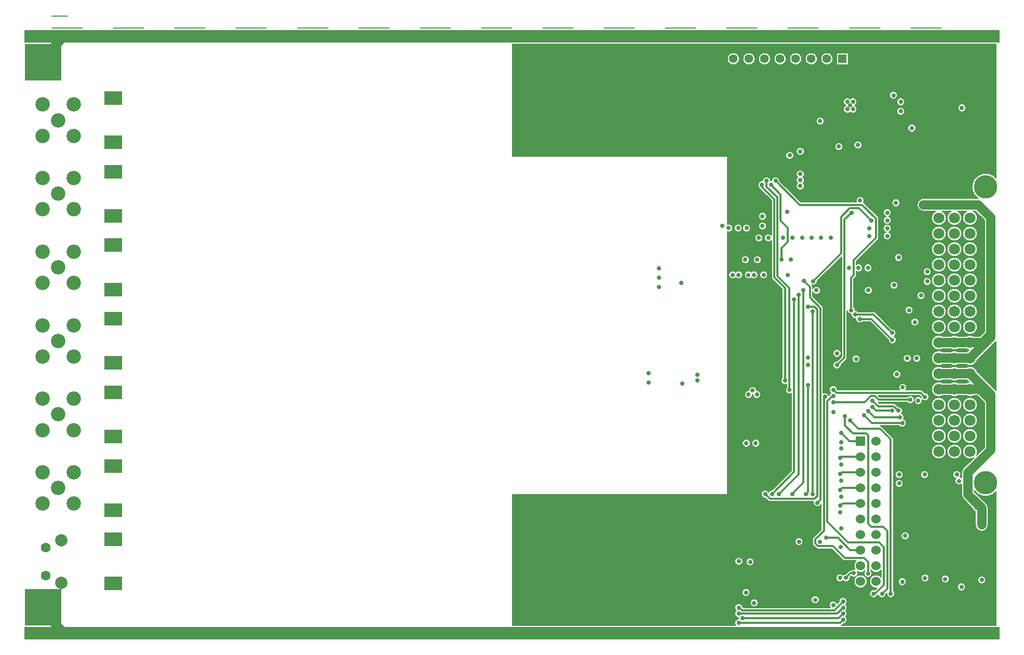
<source format=gbl>
G04 (created by PCBNEW (2013-07-07 BZR 4022)-stable) date 18.10.2013 17:48:28*
%MOIN*%
G04 Gerber Fmt 3.4, Leading zero omitted, Abs format*
%FSLAX34Y34*%
G01*
G70*
G90*
G04 APERTURE LIST*
%ADD10C,0.00590551*%
%ADD11R,0.06X0.06*%
%ADD12C,0.06*%
%ADD13C,0.0787*%
%ADD14C,0.063*%
%ADD15C,0.0709*%
%ADD16C,0.1496*%
%ADD17R,0.1181X0.0906*%
%ADD18C,0.0276*%
%ADD19R,6.25984X0.0787402*%
%ADD20R,0.055X0.055*%
%ADD21C,0.055*%
%ADD22C,0.0925*%
%ADD23R,0.23622X0.23622*%
%ADD24C,0.0275591*%
%ADD25C,0.00787402*%
%ADD26C,0.011811*%
%ADD27C,0.0591*%
%ADD28C,0.00984252*%
%ADD29C,0.0590551*%
G04 APERTURE END LIST*
G54D10*
G54D11*
X73554Y-46210D03*
G54D12*
X74554Y-46210D03*
X73554Y-47210D03*
X74554Y-47210D03*
X73554Y-48210D03*
X74554Y-48210D03*
X73554Y-49210D03*
X74554Y-49210D03*
X73554Y-50210D03*
X74554Y-50210D03*
X73554Y-51210D03*
X74554Y-51210D03*
X73554Y-52210D03*
X74554Y-52210D03*
X73554Y-53210D03*
X74554Y-53210D03*
X73554Y-54210D03*
X74554Y-54210D03*
X73554Y-55210D03*
X74554Y-55210D03*
G54D13*
X22239Y-52559D03*
X22239Y-55315D03*
G54D14*
X21259Y-53051D03*
X21259Y-54823D03*
G54D15*
X80590Y-31870D03*
X80590Y-32870D03*
X80590Y-33870D03*
X80590Y-34870D03*
X80590Y-35870D03*
X80590Y-36870D03*
X80590Y-37870D03*
X80590Y-38870D03*
X80590Y-39870D03*
X80590Y-40870D03*
X80590Y-41870D03*
X80590Y-42870D03*
X80590Y-43870D03*
X80590Y-44870D03*
X80590Y-45870D03*
X80590Y-46870D03*
X79590Y-31870D03*
X79590Y-32870D03*
X79590Y-33870D03*
X79590Y-34870D03*
X79590Y-35870D03*
X79590Y-36870D03*
X79590Y-37870D03*
X79590Y-38870D03*
X79590Y-39870D03*
X79590Y-40870D03*
X79590Y-41870D03*
X79590Y-42870D03*
X79590Y-43870D03*
X79590Y-44870D03*
X79590Y-45870D03*
X79590Y-46870D03*
X78590Y-31870D03*
X78590Y-32870D03*
X78590Y-33870D03*
X78590Y-34870D03*
X78590Y-35870D03*
X78590Y-36870D03*
X78590Y-37870D03*
X78590Y-38870D03*
X78590Y-39870D03*
X78590Y-40870D03*
X78590Y-41870D03*
X78590Y-42870D03*
X78590Y-43870D03*
X78590Y-44870D03*
X78590Y-45870D03*
X78590Y-46870D03*
G54D16*
X81590Y-29870D03*
X81590Y-48870D03*
G54D17*
X25590Y-52520D03*
X25590Y-55354D03*
X25590Y-24173D03*
X25590Y-27007D03*
G54D18*
X72893Y-24645D03*
X73070Y-24409D03*
X72716Y-24881D03*
X72716Y-24409D03*
X73070Y-24881D03*
G54D19*
X51181Y-58543D03*
X51181Y-20196D03*
G54D20*
X72397Y-21653D03*
G54D21*
X71397Y-21653D03*
X70397Y-21653D03*
X69397Y-21653D03*
X68397Y-21653D03*
X67397Y-21653D03*
X66397Y-21653D03*
X65397Y-21653D03*
G54D22*
X21043Y-26594D03*
X21043Y-24586D03*
X23051Y-24586D03*
X23051Y-26594D03*
X22047Y-25590D03*
X21043Y-45492D03*
X21043Y-43484D03*
X23051Y-43484D03*
X23051Y-45492D03*
X22047Y-44488D03*
X21043Y-50216D03*
X21043Y-48208D03*
X23051Y-48208D03*
X23051Y-50216D03*
X22047Y-49212D03*
X21043Y-40767D03*
X21043Y-38759D03*
X23051Y-38759D03*
X23051Y-40767D03*
X22047Y-39763D03*
G54D17*
X25590Y-28897D03*
X25590Y-31731D03*
X25590Y-47795D03*
X25590Y-50629D03*
X25590Y-38346D03*
X25590Y-41180D03*
G54D22*
X21043Y-31318D03*
X21043Y-29310D03*
X23051Y-29310D03*
X23051Y-31318D03*
X22047Y-30314D03*
X21043Y-36043D03*
X21043Y-34035D03*
X23051Y-34035D03*
X23051Y-36043D03*
X22047Y-35039D03*
G54D17*
X25590Y-33622D03*
X25590Y-36456D03*
X25590Y-43071D03*
X25590Y-45905D03*
G54D23*
X21090Y-56870D03*
X21090Y-21870D03*
G54D24*
X76692Y-50590D03*
X76692Y-50984D03*
X76692Y-50196D03*
X76318Y-50984D03*
X76318Y-50590D03*
X76318Y-50196D03*
X69685Y-29055D03*
X69685Y-29448D03*
X69685Y-29822D03*
X73523Y-30748D03*
X75826Y-30905D03*
X65748Y-53917D03*
X66200Y-55925D03*
X72283Y-53011D03*
X72322Y-51811D03*
X72322Y-49763D03*
X72322Y-48740D03*
X72322Y-47696D03*
X72322Y-46673D03*
X71811Y-56732D03*
X72244Y-54980D03*
X65354Y-35531D03*
X67342Y-35531D03*
X66358Y-35531D03*
X63090Y-42303D03*
X66633Y-42952D03*
X70177Y-40846D03*
X77696Y-55000D03*
X76259Y-42755D03*
X67027Y-33149D03*
X69192Y-33149D03*
X72263Y-50787D03*
X74133Y-33031D03*
X72322Y-45669D03*
X79744Y-48346D03*
X76555Y-40885D03*
X76673Y-37795D03*
X77165Y-40885D03*
X70177Y-41318D03*
X65728Y-35531D03*
X73425Y-35078D03*
X68877Y-35531D03*
X66712Y-35531D03*
X66358Y-43208D03*
X63090Y-41948D03*
X74330Y-43602D03*
X75984Y-44251D03*
X74055Y-44271D03*
X76082Y-44665D03*
X73779Y-44547D03*
X76240Y-45039D03*
X81909Y-32362D03*
G54D18*
X77637Y-31024D03*
X79251Y-31024D03*
X78700Y-31024D03*
X78149Y-31024D03*
X79802Y-31024D03*
G54D24*
X71811Y-42893D03*
X77696Y-43366D03*
X68996Y-42913D03*
X67519Y-29488D03*
X74251Y-32027D03*
X70531Y-35925D03*
X72972Y-31535D03*
X72047Y-41318D03*
X68700Y-42322D03*
X67224Y-29744D03*
X74035Y-54704D03*
X71279Y-43346D03*
X81082Y-50492D03*
G54D18*
X81338Y-50828D03*
X81338Y-51182D03*
X81338Y-51576D03*
G54D24*
X68484Y-34547D03*
X67814Y-29744D03*
X71811Y-43700D03*
X76751Y-43543D03*
X75570Y-39251D03*
X73208Y-38070D03*
X75590Y-39704D03*
X73503Y-38366D03*
X65748Y-56889D03*
X74389Y-56003D03*
X71811Y-43307D03*
X72440Y-56496D03*
X65748Y-57283D03*
X72440Y-56889D03*
X74940Y-56003D03*
X72559Y-44606D03*
X65748Y-57874D03*
X72440Y-57677D03*
X74330Y-44015D03*
X75570Y-44251D03*
X72440Y-57283D03*
X72874Y-44862D03*
X65984Y-57578D03*
X75492Y-56003D03*
X68110Y-29488D03*
X72952Y-37795D03*
X73129Y-54685D03*
X72618Y-54980D03*
X23622Y-58464D03*
X25590Y-58464D03*
X27559Y-58464D03*
X29527Y-58464D03*
X31496Y-58464D03*
X33464Y-58464D03*
X35433Y-58464D03*
X37401Y-58464D03*
X39370Y-58464D03*
X41338Y-58464D03*
X43307Y-58464D03*
X45275Y-58464D03*
X47244Y-58464D03*
X49212Y-58464D03*
X51181Y-58464D03*
X53149Y-58464D03*
X55118Y-58464D03*
X57086Y-58464D03*
X59055Y-58464D03*
X61023Y-58464D03*
X62992Y-58464D03*
X64960Y-58464D03*
X66929Y-58464D03*
X68897Y-58464D03*
X70866Y-58464D03*
X72834Y-58464D03*
X74803Y-58464D03*
X76771Y-58464D03*
X78740Y-58464D03*
X80708Y-58464D03*
X21653Y-58464D03*
X21653Y-20275D03*
X80708Y-20275D03*
X78740Y-20275D03*
X76771Y-20275D03*
X74803Y-20275D03*
X72834Y-20275D03*
X70866Y-20275D03*
X68897Y-20275D03*
X66929Y-20275D03*
X64960Y-20275D03*
X62992Y-20275D03*
X61023Y-20275D03*
X59055Y-20275D03*
X57086Y-20275D03*
X55118Y-20275D03*
X53149Y-20275D03*
X51181Y-20275D03*
X49212Y-20275D03*
X47244Y-20275D03*
X45275Y-20275D03*
X43307Y-20275D03*
X41338Y-20275D03*
X39370Y-20275D03*
X37401Y-20275D03*
X35433Y-20275D03*
X33464Y-20275D03*
X31496Y-20275D03*
X29527Y-20275D03*
X27559Y-20275D03*
X25590Y-20275D03*
X23622Y-20275D03*
X81338Y-55118D03*
X70964Y-25649D03*
X75669Y-23996D03*
X76141Y-24409D03*
X76141Y-25019D03*
X76850Y-26102D03*
X69685Y-27598D03*
X69015Y-27854D03*
X73385Y-27185D03*
X72165Y-27283D03*
X80059Y-24803D03*
X76043Y-48917D03*
X76043Y-48346D03*
X78996Y-55059D03*
X76240Y-55236D03*
X66830Y-46338D03*
X66220Y-46338D03*
X59960Y-41830D03*
X59960Y-42440D03*
X60610Y-36318D03*
X60610Y-35708D03*
X60610Y-35098D03*
X66240Y-32519D03*
X65708Y-32519D03*
X65098Y-32519D03*
X64685Y-32381D03*
X72322Y-46259D03*
X73267Y-40925D03*
X70649Y-56397D03*
X66732Y-56594D03*
X62106Y-42500D03*
X66909Y-43208D03*
X71811Y-44330D03*
X62047Y-36043D03*
X69074Y-34547D03*
X66161Y-34547D03*
X66929Y-34547D03*
X72047Y-40570D03*
X67263Y-31771D03*
X67263Y-32381D03*
X67637Y-33149D03*
X71653Y-33149D03*
X71023Y-33149D03*
X70413Y-33149D03*
X69803Y-33149D03*
X68582Y-33149D03*
X68858Y-31476D03*
X74133Y-32539D03*
X75275Y-33031D03*
X75275Y-32539D03*
X75275Y-32027D03*
X75275Y-31535D03*
X69606Y-52657D03*
X70944Y-52657D03*
X66476Y-53956D03*
X74055Y-36515D03*
X80039Y-55570D03*
X76417Y-52283D03*
X77677Y-48346D03*
X75885Y-41909D03*
X77047Y-38562D03*
X79881Y-48759D03*
X70728Y-36515D03*
X74035Y-35078D03*
X72814Y-35078D03*
X75708Y-36181D03*
X77834Y-35944D03*
X77834Y-35314D03*
X76003Y-34409D03*
X77263Y-43602D03*
X77440Y-36850D03*
X72263Y-49330D03*
X72263Y-47283D03*
X69173Y-49606D03*
X69881Y-36515D03*
X70787Y-50157D03*
X69921Y-35905D03*
X71358Y-52421D03*
X72263Y-50354D03*
X72263Y-48307D03*
X70039Y-49606D03*
X70177Y-42618D03*
X70177Y-37578D03*
X67440Y-49606D03*
X67874Y-49606D03*
X69291Y-37106D03*
X70472Y-37874D03*
X70472Y-49606D03*
X68307Y-49606D03*
X69586Y-36811D03*
G54D25*
X76771Y-19685D02*
X78740Y-19685D01*
X72834Y-19685D02*
X74803Y-19685D01*
X68897Y-19685D02*
X70866Y-19685D01*
X64960Y-19685D02*
X66929Y-19685D01*
X61023Y-19685D02*
X62992Y-19685D01*
X57086Y-19685D02*
X59055Y-19685D01*
X53149Y-19685D02*
X55118Y-19685D01*
X49212Y-19685D02*
X51181Y-19685D01*
X45275Y-19685D02*
X47244Y-19685D01*
X41338Y-19685D02*
X43307Y-19685D01*
X37401Y-19685D02*
X39370Y-19685D01*
X33464Y-19685D02*
X35433Y-19685D01*
X29527Y-19685D02*
X31496Y-19685D01*
X25590Y-19685D02*
X27559Y-19685D01*
X21653Y-19685D02*
X23622Y-19685D01*
X21653Y-18897D02*
X22637Y-18897D01*
G54D26*
X72863Y-46210D02*
X73554Y-46210D01*
X72322Y-45669D02*
X72863Y-46210D01*
X75688Y-43956D02*
X74685Y-43956D01*
X74685Y-43956D02*
X74330Y-43602D01*
X75984Y-44251D02*
X75688Y-43956D01*
X74448Y-44665D02*
X74055Y-44271D01*
X76082Y-44665D02*
X74448Y-44665D01*
X74271Y-45039D02*
X73779Y-44547D01*
X76240Y-45039D02*
X74271Y-45039D01*
X81909Y-32362D02*
X81928Y-32362D01*
X81928Y-32362D02*
X81928Y-32363D01*
G54D27*
X81101Y-31024D02*
X80393Y-31024D01*
X81928Y-31851D02*
X81101Y-31024D01*
X81928Y-32363D02*
X81928Y-31851D01*
X81389Y-39871D02*
X81928Y-39332D01*
X80393Y-31024D02*
X79802Y-31024D01*
X80393Y-31024D02*
X80392Y-31024D01*
X79251Y-31024D02*
X78700Y-31024D01*
X79590Y-39871D02*
X80590Y-39871D01*
X77637Y-31024D02*
X77598Y-31024D01*
X80590Y-40871D02*
X81928Y-39533D01*
X78149Y-31024D02*
X77637Y-31024D01*
X79590Y-40871D02*
X80590Y-40871D01*
X78590Y-39871D02*
X79590Y-39871D01*
X81928Y-39533D02*
X81928Y-39332D01*
X79802Y-31024D02*
X79251Y-31024D01*
X78700Y-31024D02*
X78149Y-31024D01*
X81928Y-39332D02*
X81928Y-32363D01*
X78590Y-40871D02*
X79590Y-40871D01*
X80590Y-39871D02*
X81389Y-39871D01*
G54D26*
X72657Y-43090D02*
X72007Y-43090D01*
X72007Y-43090D02*
X71811Y-42893D01*
X77421Y-43090D02*
X72657Y-43090D01*
X72657Y-43090D02*
X72677Y-43090D01*
X77696Y-43366D02*
X77421Y-43090D01*
X67519Y-29488D02*
X67519Y-29862D01*
X67519Y-29862D02*
X68208Y-30551D01*
X68208Y-35590D02*
X68208Y-30551D01*
X68996Y-36377D02*
X68208Y-35590D01*
X68996Y-42913D02*
X68996Y-36377D01*
X73464Y-31240D02*
X74251Y-32027D01*
X72854Y-31240D02*
X73464Y-31240D01*
X72303Y-31791D02*
X72854Y-31240D01*
X72303Y-34153D02*
X72303Y-31791D01*
X70531Y-35925D02*
X72303Y-34153D01*
X72519Y-31988D02*
X72972Y-31535D01*
X72519Y-40846D02*
X72519Y-31988D01*
X72047Y-41318D02*
X72519Y-40846D01*
X68011Y-35688D02*
X68011Y-30669D01*
X68700Y-36377D02*
X68011Y-35688D01*
X68700Y-42322D02*
X68700Y-36377D01*
X67224Y-29881D02*
X68011Y-30669D01*
X67224Y-29744D02*
X67224Y-29881D01*
X71279Y-43346D02*
X71200Y-43425D01*
X71200Y-43425D02*
X71200Y-51968D01*
X71200Y-51968D02*
X70649Y-52519D01*
X70649Y-52519D02*
X70649Y-52775D01*
X70649Y-52775D02*
X70826Y-52952D01*
X70826Y-52952D02*
X71456Y-52952D01*
X71456Y-52952D02*
X71791Y-52952D01*
X71791Y-52952D02*
X72539Y-53700D01*
X72539Y-53700D02*
X73779Y-53700D01*
X73779Y-53700D02*
X74035Y-53956D01*
X74035Y-53956D02*
X74035Y-54704D01*
G54D28*
X81023Y-50551D02*
X80925Y-50551D01*
X81082Y-50492D02*
X81023Y-50551D01*
G54D27*
X81338Y-51182D02*
X81338Y-50828D01*
X81338Y-51576D02*
X81338Y-51182D01*
X81928Y-46772D02*
X80451Y-48248D01*
X81928Y-43584D02*
X81928Y-46772D01*
X80451Y-48248D02*
X80451Y-49626D01*
X81338Y-50828D02*
X81338Y-50513D01*
X80451Y-49626D02*
X81338Y-50513D01*
X81215Y-42871D02*
X81928Y-43584D01*
X79590Y-41871D02*
X80590Y-41871D01*
X78590Y-42871D02*
X79590Y-42871D01*
X78590Y-41871D02*
X79590Y-41871D01*
X80590Y-41871D02*
X81928Y-43209D01*
X79590Y-42871D02*
X80590Y-42871D01*
X81928Y-43209D02*
X81928Y-43584D01*
X80590Y-42871D02*
X81215Y-42871D01*
G54D26*
X68425Y-32047D02*
X68425Y-30357D01*
X68877Y-32500D02*
X68425Y-32047D01*
X68877Y-33405D02*
X68877Y-32500D01*
X68484Y-33799D02*
X68877Y-33405D01*
X68484Y-34547D02*
X68484Y-33799D01*
X67814Y-29746D02*
X68425Y-30357D01*
X67814Y-29744D02*
X67814Y-29746D01*
X71811Y-43700D02*
X72972Y-43700D01*
X76751Y-43543D02*
X74704Y-43543D01*
X74704Y-43543D02*
X74468Y-43307D01*
X74468Y-43307D02*
X74212Y-43307D01*
X74212Y-43307D02*
X73818Y-43700D01*
X73818Y-43700D02*
X72972Y-43700D01*
X75570Y-39251D02*
X74389Y-38070D01*
X74389Y-38070D02*
X73208Y-38070D01*
X75590Y-39704D02*
X74251Y-38366D01*
X74251Y-38366D02*
X73503Y-38366D01*
X75059Y-55433D02*
X74488Y-56003D01*
X74488Y-56003D02*
X74389Y-56003D01*
X75059Y-55334D02*
X75059Y-55433D01*
X71811Y-43307D02*
X71751Y-43307D01*
X75059Y-53011D02*
X75059Y-55334D01*
X74744Y-52696D02*
X75059Y-53011D01*
X72736Y-52696D02*
X74744Y-52696D01*
X71417Y-51377D02*
X72736Y-52696D01*
X71417Y-43641D02*
X71417Y-51377D01*
X71751Y-43307D02*
X71417Y-43641D01*
X65783Y-56889D02*
X65960Y-57066D01*
X65960Y-57066D02*
X71870Y-57066D01*
X71870Y-57066D02*
X72440Y-56496D01*
X65748Y-56889D02*
X65783Y-56889D01*
X72047Y-57283D02*
X65748Y-57283D01*
X72440Y-56889D02*
X72047Y-57283D01*
X75275Y-55590D02*
X75275Y-55669D01*
X75275Y-55669D02*
X74940Y-56003D01*
X75275Y-55511D02*
X75275Y-55590D01*
X72559Y-45196D02*
X73070Y-45708D01*
X73070Y-45708D02*
X73917Y-45708D01*
X73917Y-45708D02*
X74055Y-45846D01*
X74055Y-45846D02*
X74055Y-51515D01*
X74055Y-51515D02*
X74251Y-51712D01*
X74251Y-51712D02*
X75019Y-51712D01*
X75019Y-51712D02*
X75275Y-51968D01*
X75275Y-51968D02*
X75275Y-55511D01*
X72559Y-44606D02*
X72559Y-45196D01*
X72244Y-57874D02*
X65748Y-57874D01*
X74566Y-44251D02*
X74330Y-44015D01*
X75570Y-44251D02*
X74566Y-44251D01*
X72440Y-57677D02*
X72244Y-57874D01*
X72440Y-57283D02*
X72145Y-57578D01*
X74803Y-45393D02*
X75492Y-46082D01*
X75492Y-46082D02*
X75492Y-55846D01*
X72874Y-44862D02*
X73405Y-45393D01*
X73405Y-45393D02*
X74803Y-45393D01*
X72145Y-57578D02*
X65984Y-57578D01*
X75492Y-56003D02*
X75492Y-55846D01*
X72952Y-35708D02*
X73110Y-35551D01*
X73110Y-35551D02*
X73110Y-34586D01*
X73110Y-34586D02*
X74547Y-33149D01*
X74547Y-33149D02*
X74547Y-31909D01*
X74547Y-31909D02*
X73661Y-31023D01*
X73661Y-31023D02*
X69645Y-31023D01*
X69645Y-31023D02*
X68110Y-29488D01*
X72952Y-37795D02*
X72952Y-35708D01*
X68110Y-29488D02*
X68110Y-29488D01*
X73129Y-54685D02*
X72913Y-54685D01*
X72913Y-54685D02*
X72618Y-54980D01*
G54D29*
X20767Y-56871D02*
X22439Y-58543D01*
X22439Y-58543D02*
X51181Y-58543D01*
X20767Y-21871D02*
X22441Y-20196D01*
X22441Y-20196D02*
X51181Y-20196D01*
G54D26*
X72384Y-49210D02*
X73554Y-49210D01*
X72263Y-49330D02*
X72384Y-49210D01*
X72337Y-47210D02*
X73554Y-47210D01*
X72263Y-47283D02*
X72337Y-47210D01*
X69173Y-49606D02*
X69173Y-49566D01*
X69881Y-48858D02*
X69881Y-36515D01*
X69173Y-49566D02*
X69881Y-48858D01*
X70787Y-50157D02*
X70984Y-49960D01*
X70984Y-49960D02*
X70984Y-37657D01*
X70984Y-37657D02*
X70314Y-36988D01*
X70314Y-36988D02*
X70314Y-36299D01*
X70314Y-36299D02*
X69921Y-35905D01*
X71358Y-52421D02*
X72106Y-52421D01*
X72895Y-53210D02*
X73554Y-53210D01*
X72106Y-52421D02*
X72895Y-53210D01*
X72408Y-50210D02*
X73554Y-50210D01*
X72263Y-50354D02*
X72408Y-50210D01*
X72360Y-48210D02*
X73554Y-48210D01*
X72263Y-48307D02*
X72360Y-48210D01*
X70039Y-49606D02*
X70039Y-49606D01*
X70177Y-49468D02*
X70177Y-42618D01*
X70039Y-49606D02*
X70177Y-49468D01*
X70590Y-37578D02*
X70767Y-37755D01*
X70177Y-37578D02*
X70590Y-37578D01*
X67736Y-49901D02*
X70590Y-49901D01*
X67440Y-49606D02*
X67736Y-49901D01*
X70767Y-49724D02*
X70767Y-37755D01*
X70590Y-49901D02*
X70767Y-49724D01*
X67874Y-49606D02*
X67874Y-49606D01*
X69291Y-48188D02*
X69291Y-37106D01*
X67874Y-49606D02*
X69291Y-48188D01*
X70472Y-37874D02*
X70472Y-49606D01*
X68307Y-49606D02*
X68307Y-49606D01*
X69586Y-48326D02*
X69586Y-36811D01*
X68307Y-49606D02*
X69586Y-48326D01*
G54D10*
G36*
X82244Y-58031D02*
X81594Y-58031D01*
X81594Y-55067D01*
X81555Y-54973D01*
X81483Y-54901D01*
X81389Y-54862D01*
X81287Y-54862D01*
X81193Y-54901D01*
X81121Y-54972D01*
X81082Y-55066D01*
X81082Y-55168D01*
X81121Y-55262D01*
X81193Y-55334D01*
X81287Y-55373D01*
X81389Y-55374D01*
X81483Y-55335D01*
X81555Y-55263D01*
X81594Y-55169D01*
X81594Y-55067D01*
X81594Y-58031D01*
X80295Y-58031D01*
X80295Y-55520D01*
X80256Y-55426D01*
X80184Y-55354D01*
X80090Y-55315D01*
X79988Y-55314D01*
X79894Y-55353D01*
X79822Y-55425D01*
X79783Y-55519D01*
X79783Y-55621D01*
X79822Y-55715D01*
X79894Y-55787D01*
X79988Y-55826D01*
X80090Y-55826D01*
X80184Y-55787D01*
X80256Y-55716D01*
X80295Y-55621D01*
X80295Y-55520D01*
X80295Y-58031D01*
X79252Y-58031D01*
X79252Y-55008D01*
X79213Y-54914D01*
X79141Y-54842D01*
X79063Y-54809D01*
X79063Y-46776D01*
X79063Y-45776D01*
X79063Y-44776D01*
X79063Y-43776D01*
X78991Y-43602D01*
X78858Y-43469D01*
X78684Y-43397D01*
X78496Y-43397D01*
X78323Y-43469D01*
X78190Y-43602D01*
X78118Y-43775D01*
X78117Y-43963D01*
X78189Y-44137D01*
X78322Y-44270D01*
X78496Y-44342D01*
X78684Y-44342D01*
X78857Y-44270D01*
X78990Y-44138D01*
X79063Y-43964D01*
X79063Y-43776D01*
X79063Y-44776D01*
X78991Y-44602D01*
X78858Y-44469D01*
X78684Y-44397D01*
X78496Y-44397D01*
X78323Y-44469D01*
X78190Y-44602D01*
X78118Y-44775D01*
X78117Y-44963D01*
X78189Y-45137D01*
X78322Y-45270D01*
X78496Y-45342D01*
X78684Y-45342D01*
X78857Y-45270D01*
X78990Y-45138D01*
X79063Y-44964D01*
X79063Y-44776D01*
X79063Y-45776D01*
X78991Y-45602D01*
X78858Y-45469D01*
X78684Y-45397D01*
X78496Y-45397D01*
X78323Y-45469D01*
X78190Y-45602D01*
X78118Y-45775D01*
X78117Y-45963D01*
X78189Y-46137D01*
X78322Y-46270D01*
X78496Y-46342D01*
X78684Y-46342D01*
X78857Y-46270D01*
X78990Y-46138D01*
X79063Y-45964D01*
X79063Y-45776D01*
X79063Y-46776D01*
X78991Y-46602D01*
X78858Y-46469D01*
X78684Y-46397D01*
X78496Y-46397D01*
X78323Y-46469D01*
X78190Y-46602D01*
X78118Y-46775D01*
X78117Y-46963D01*
X78189Y-47137D01*
X78322Y-47270D01*
X78496Y-47342D01*
X78684Y-47342D01*
X78857Y-47270D01*
X78990Y-47138D01*
X79063Y-46964D01*
X79063Y-46776D01*
X79063Y-54809D01*
X79047Y-54803D01*
X78945Y-54803D01*
X78851Y-54841D01*
X78779Y-54913D01*
X78740Y-55007D01*
X78740Y-55109D01*
X78778Y-55203D01*
X78850Y-55275D01*
X78944Y-55314D01*
X79046Y-55315D01*
X79140Y-55276D01*
X79212Y-55204D01*
X79251Y-55110D01*
X79252Y-55008D01*
X79252Y-58031D01*
X78090Y-58031D01*
X78090Y-35894D01*
X78090Y-35264D01*
X78051Y-35170D01*
X77979Y-35098D01*
X77885Y-35059D01*
X77783Y-35059D01*
X77689Y-35097D01*
X77617Y-35169D01*
X77578Y-35263D01*
X77578Y-35365D01*
X77617Y-35459D01*
X77689Y-35531D01*
X77783Y-35570D01*
X77885Y-35570D01*
X77979Y-35532D01*
X78051Y-35460D01*
X78090Y-35366D01*
X78090Y-35264D01*
X78090Y-35894D01*
X78051Y-35800D01*
X77979Y-35728D01*
X77885Y-35689D01*
X77783Y-35688D01*
X77689Y-35727D01*
X77617Y-35799D01*
X77578Y-35893D01*
X77578Y-35995D01*
X77617Y-36089D01*
X77689Y-36161D01*
X77783Y-36200D01*
X77885Y-36200D01*
X77979Y-36161D01*
X78051Y-36090D01*
X78090Y-35996D01*
X78090Y-35894D01*
X78090Y-58031D01*
X77952Y-58031D01*
X77952Y-54949D01*
X77952Y-43315D01*
X77913Y-43221D01*
X77841Y-43149D01*
X77747Y-43110D01*
X77696Y-43110D01*
X77696Y-36799D01*
X77658Y-36705D01*
X77586Y-36633D01*
X77492Y-36594D01*
X77390Y-36594D01*
X77296Y-36633D01*
X77224Y-36705D01*
X77185Y-36799D01*
X77184Y-36901D01*
X77223Y-36995D01*
X77295Y-37067D01*
X77389Y-37106D01*
X77491Y-37106D01*
X77585Y-37067D01*
X77657Y-36995D01*
X77696Y-36901D01*
X77696Y-36799D01*
X77696Y-43110D01*
X77691Y-43110D01*
X77546Y-42965D01*
X77489Y-42926D01*
X77421Y-42913D01*
X77421Y-40835D01*
X77382Y-40741D01*
X77310Y-40669D01*
X77303Y-40665D01*
X77303Y-38512D01*
X77264Y-38418D01*
X77192Y-38346D01*
X77106Y-38310D01*
X77106Y-26051D01*
X77067Y-25957D01*
X76995Y-25885D01*
X76901Y-25846D01*
X76799Y-25846D01*
X76705Y-25885D01*
X76633Y-25957D01*
X76594Y-26051D01*
X76594Y-26153D01*
X76633Y-26247D01*
X76705Y-26319D01*
X76799Y-26358D01*
X76901Y-26358D01*
X76995Y-26319D01*
X77067Y-26247D01*
X77106Y-26153D01*
X77106Y-26051D01*
X77106Y-38310D01*
X77098Y-38307D01*
X76996Y-38307D01*
X76929Y-38334D01*
X76929Y-37744D01*
X76890Y-37650D01*
X76818Y-37578D01*
X76724Y-37539D01*
X76622Y-37539D01*
X76528Y-37578D01*
X76456Y-37650D01*
X76417Y-37744D01*
X76417Y-37845D01*
X76456Y-37940D01*
X76528Y-38012D01*
X76622Y-38051D01*
X76723Y-38051D01*
X76817Y-38012D01*
X76890Y-37940D01*
X76929Y-37846D01*
X76929Y-37744D01*
X76929Y-38334D01*
X76902Y-38345D01*
X76830Y-38417D01*
X76791Y-38511D01*
X76791Y-38613D01*
X76830Y-38707D01*
X76902Y-38779D01*
X76996Y-38818D01*
X77097Y-38818D01*
X77192Y-38780D01*
X77264Y-38708D01*
X77303Y-38614D01*
X77303Y-38512D01*
X77303Y-40665D01*
X77216Y-40629D01*
X77114Y-40629D01*
X77020Y-40668D01*
X76948Y-40740D01*
X76909Y-40834D01*
X76909Y-40936D01*
X76948Y-41030D01*
X77020Y-41102D01*
X77114Y-41141D01*
X77216Y-41141D01*
X77310Y-41102D01*
X77382Y-41030D01*
X77421Y-40936D01*
X77421Y-40835D01*
X77421Y-42913D01*
X77421Y-42913D01*
X76811Y-42913D01*
X76811Y-40835D01*
X76772Y-40741D01*
X76700Y-40669D01*
X76606Y-40629D01*
X76504Y-40629D01*
X76410Y-40668D01*
X76397Y-40681D01*
X76397Y-24969D01*
X76397Y-24358D01*
X76358Y-24264D01*
X76286Y-24192D01*
X76192Y-24153D01*
X76091Y-24153D01*
X75996Y-24192D01*
X75925Y-24263D01*
X75925Y-23945D01*
X75886Y-23851D01*
X75814Y-23779D01*
X75720Y-23740D01*
X75618Y-23740D01*
X75524Y-23778D01*
X75452Y-23850D01*
X75413Y-23944D01*
X75413Y-24046D01*
X75452Y-24140D01*
X75524Y-24212D01*
X75618Y-24251D01*
X75719Y-24252D01*
X75814Y-24213D01*
X75886Y-24141D01*
X75925Y-24047D01*
X75925Y-23945D01*
X75925Y-24263D01*
X75924Y-24264D01*
X75885Y-24358D01*
X75885Y-24460D01*
X75924Y-24554D01*
X75996Y-24626D01*
X76090Y-24665D01*
X76192Y-24665D01*
X76286Y-24626D01*
X76358Y-24554D01*
X76397Y-24460D01*
X76397Y-24358D01*
X76397Y-24969D01*
X76358Y-24874D01*
X76286Y-24802D01*
X76192Y-24763D01*
X76091Y-24763D01*
X75996Y-24802D01*
X75924Y-24874D01*
X75885Y-24968D01*
X75885Y-25070D01*
X75924Y-25164D01*
X75996Y-25236D01*
X76090Y-25275D01*
X76192Y-25275D01*
X76286Y-25236D01*
X76358Y-25164D01*
X76397Y-25070D01*
X76397Y-24969D01*
X76397Y-40681D01*
X76338Y-40740D01*
X76299Y-40834D01*
X76299Y-40936D01*
X76338Y-41030D01*
X76409Y-41102D01*
X76503Y-41141D01*
X76605Y-41141D01*
X76699Y-41102D01*
X76771Y-41030D01*
X76810Y-40936D01*
X76811Y-40835D01*
X76811Y-42913D01*
X76464Y-42913D01*
X76476Y-42901D01*
X76515Y-42807D01*
X76515Y-42705D01*
X76476Y-42611D01*
X76404Y-42539D01*
X76310Y-42500D01*
X76259Y-42500D01*
X76259Y-34358D01*
X76221Y-34264D01*
X76149Y-34192D01*
X76082Y-34165D01*
X76082Y-30854D01*
X76043Y-30760D01*
X75971Y-30688D01*
X75877Y-30649D01*
X75776Y-30649D01*
X75682Y-30688D01*
X75609Y-30760D01*
X75570Y-30854D01*
X75570Y-30956D01*
X75609Y-31050D01*
X75681Y-31122D01*
X75775Y-31161D01*
X75877Y-31161D01*
X75971Y-31122D01*
X76043Y-31050D01*
X76082Y-30956D01*
X76082Y-30854D01*
X76082Y-34165D01*
X76055Y-34153D01*
X75953Y-34153D01*
X75859Y-34192D01*
X75787Y-34264D01*
X75748Y-34358D01*
X75747Y-34460D01*
X75786Y-34554D01*
X75858Y-34626D01*
X75952Y-34665D01*
X76054Y-34665D01*
X76148Y-34626D01*
X76220Y-34554D01*
X76259Y-34460D01*
X76259Y-34358D01*
X76259Y-42500D01*
X76209Y-42499D01*
X76141Y-42527D01*
X76141Y-41858D01*
X76102Y-41764D01*
X76030Y-41692D01*
X75964Y-41665D01*
X75964Y-36130D01*
X75925Y-36036D01*
X75853Y-35964D01*
X75759Y-35925D01*
X75657Y-35925D01*
X75563Y-35964D01*
X75531Y-35996D01*
X75531Y-32980D01*
X75492Y-32886D01*
X75420Y-32814D01*
X75350Y-32785D01*
X75420Y-32756D01*
X75492Y-32684D01*
X75531Y-32590D01*
X75531Y-32488D01*
X75492Y-32394D01*
X75420Y-32322D01*
X75326Y-32283D01*
X75326Y-32283D01*
X75420Y-32244D01*
X75492Y-32172D01*
X75531Y-32078D01*
X75531Y-31976D01*
X75492Y-31882D01*
X75420Y-31810D01*
X75350Y-31781D01*
X75420Y-31752D01*
X75492Y-31680D01*
X75531Y-31586D01*
X75531Y-31484D01*
X75492Y-31390D01*
X75420Y-31318D01*
X75326Y-31279D01*
X75224Y-31279D01*
X75130Y-31318D01*
X75058Y-31390D01*
X75019Y-31484D01*
X75019Y-31586D01*
X75058Y-31680D01*
X75130Y-31752D01*
X75200Y-31781D01*
X75130Y-31810D01*
X75058Y-31882D01*
X75019Y-31976D01*
X75019Y-32078D01*
X75058Y-32172D01*
X75130Y-32244D01*
X75224Y-32283D01*
X75326Y-32283D01*
X75224Y-32283D01*
X75130Y-32322D01*
X75058Y-32394D01*
X75019Y-32488D01*
X75019Y-32590D01*
X75058Y-32684D01*
X75130Y-32756D01*
X75200Y-32785D01*
X75130Y-32814D01*
X75058Y-32886D01*
X75019Y-32980D01*
X75019Y-33082D01*
X75058Y-33176D01*
X75130Y-33248D01*
X75224Y-33287D01*
X75326Y-33287D01*
X75420Y-33248D01*
X75492Y-33176D01*
X75531Y-33082D01*
X75531Y-32980D01*
X75531Y-35996D01*
X75491Y-36035D01*
X75452Y-36129D01*
X75452Y-36231D01*
X75491Y-36325D01*
X75563Y-36397D01*
X75657Y-36436D01*
X75759Y-36437D01*
X75853Y-36398D01*
X75925Y-36326D01*
X75964Y-36232D01*
X75964Y-36130D01*
X75964Y-41665D01*
X75936Y-41653D01*
X75835Y-41653D01*
X75741Y-41692D01*
X75669Y-41764D01*
X75629Y-41858D01*
X75629Y-41960D01*
X75668Y-42054D01*
X75740Y-42126D01*
X75834Y-42165D01*
X75936Y-42165D01*
X76030Y-42126D01*
X76102Y-42054D01*
X76141Y-41960D01*
X76141Y-41858D01*
X76141Y-42527D01*
X76115Y-42538D01*
X76043Y-42610D01*
X76003Y-42704D01*
X76003Y-42806D01*
X76042Y-42900D01*
X76055Y-42913D01*
X73523Y-42913D01*
X73523Y-40874D01*
X73484Y-40780D01*
X73412Y-40708D01*
X73318Y-40669D01*
X73217Y-40669D01*
X73122Y-40708D01*
X73050Y-40780D01*
X73011Y-40874D01*
X73011Y-40975D01*
X73050Y-41069D01*
X73122Y-41142D01*
X73216Y-41181D01*
X73318Y-41181D01*
X73412Y-41142D01*
X73484Y-41070D01*
X73523Y-40976D01*
X73523Y-40874D01*
X73523Y-42913D01*
X72677Y-42913D01*
X72657Y-42913D01*
X72081Y-42913D01*
X72066Y-42899D01*
X72066Y-42843D01*
X72028Y-42748D01*
X71956Y-42676D01*
X71862Y-42637D01*
X71760Y-42637D01*
X71666Y-42676D01*
X71594Y-42748D01*
X71555Y-42842D01*
X71555Y-42944D01*
X71593Y-43038D01*
X71655Y-43100D01*
X71594Y-43161D01*
X71557Y-43251D01*
X71528Y-43279D01*
X71496Y-43201D01*
X71424Y-43129D01*
X71330Y-43090D01*
X71228Y-43090D01*
X71161Y-43118D01*
X71161Y-37657D01*
X71147Y-37589D01*
X71147Y-37589D01*
X71109Y-37532D01*
X70492Y-36914D01*
X70492Y-36614D01*
X70511Y-36660D01*
X70583Y-36732D01*
X70677Y-36771D01*
X70779Y-36771D01*
X70873Y-36732D01*
X70945Y-36660D01*
X70984Y-36566D01*
X70984Y-36465D01*
X70945Y-36370D01*
X70873Y-36298D01*
X70779Y-36259D01*
X70677Y-36259D01*
X70583Y-36298D01*
X70511Y-36370D01*
X70492Y-36417D01*
X70492Y-36299D01*
X70478Y-36231D01*
X70440Y-36173D01*
X70423Y-36157D01*
X70480Y-36181D01*
X70582Y-36181D01*
X70676Y-36142D01*
X70748Y-36070D01*
X70787Y-35976D01*
X70787Y-35919D01*
X72342Y-34364D01*
X72342Y-40773D01*
X72303Y-40812D01*
X72303Y-40520D01*
X72264Y-40426D01*
X72192Y-40354D01*
X72098Y-40315D01*
X71996Y-40314D01*
X71902Y-40353D01*
X71830Y-40425D01*
X71791Y-40519D01*
X71791Y-40621D01*
X71830Y-40715D01*
X71902Y-40787D01*
X71996Y-40826D01*
X72097Y-40826D01*
X72192Y-40787D01*
X72264Y-40716D01*
X72303Y-40621D01*
X72303Y-40520D01*
X72303Y-40812D01*
X72052Y-41062D01*
X71996Y-41062D01*
X71902Y-41101D01*
X71830Y-41173D01*
X71791Y-41267D01*
X71791Y-41369D01*
X71830Y-41463D01*
X71902Y-41535D01*
X71996Y-41574D01*
X72097Y-41574D01*
X72192Y-41535D01*
X72264Y-41464D01*
X72303Y-41370D01*
X72303Y-41313D01*
X72644Y-40971D01*
X72683Y-40914D01*
X72696Y-40846D01*
X72696Y-37846D01*
X72735Y-37940D01*
X72807Y-38012D01*
X72901Y-38051D01*
X72952Y-38051D01*
X72952Y-38121D01*
X72991Y-38215D01*
X73063Y-38287D01*
X73157Y-38326D01*
X73248Y-38326D01*
X73247Y-38416D01*
X73286Y-38510D01*
X73358Y-38582D01*
X73452Y-38622D01*
X73554Y-38622D01*
X73648Y-38583D01*
X73688Y-38543D01*
X74178Y-38543D01*
X75334Y-39699D01*
X75334Y-39755D01*
X75373Y-39849D01*
X75445Y-39921D01*
X75539Y-39960D01*
X75641Y-39960D01*
X75735Y-39921D01*
X75807Y-39849D01*
X75846Y-39755D01*
X75846Y-39654D01*
X75807Y-39559D01*
X75735Y-39487D01*
X75702Y-39474D01*
X75715Y-39469D01*
X75787Y-39397D01*
X75826Y-39303D01*
X75826Y-39201D01*
X75787Y-39107D01*
X75716Y-39035D01*
X75621Y-38996D01*
X75565Y-38996D01*
X74515Y-37945D01*
X74457Y-37907D01*
X74389Y-37893D01*
X74311Y-37893D01*
X74311Y-36465D01*
X74291Y-36417D01*
X74291Y-35028D01*
X74252Y-34933D01*
X74180Y-34861D01*
X74086Y-34822D01*
X73984Y-34822D01*
X73890Y-34861D01*
X73818Y-34933D01*
X73779Y-35027D01*
X73779Y-35129D01*
X73818Y-35223D01*
X73890Y-35295D01*
X73984Y-35334D01*
X74086Y-35334D01*
X74180Y-35295D01*
X74252Y-35223D01*
X74291Y-35129D01*
X74291Y-35028D01*
X74291Y-36417D01*
X74272Y-36370D01*
X74200Y-36298D01*
X74106Y-36259D01*
X74004Y-36259D01*
X73910Y-36298D01*
X73838Y-36370D01*
X73799Y-36464D01*
X73799Y-36566D01*
X73838Y-36660D01*
X73909Y-36732D01*
X74003Y-36771D01*
X74105Y-36771D01*
X74199Y-36732D01*
X74271Y-36660D01*
X74310Y-36566D01*
X74311Y-36465D01*
X74311Y-37893D01*
X73393Y-37893D01*
X73353Y-37854D01*
X73259Y-37815D01*
X73208Y-37814D01*
X73208Y-37744D01*
X73169Y-37650D01*
X73129Y-37610D01*
X73129Y-35782D01*
X73235Y-35676D01*
X73273Y-35618D01*
X73287Y-35551D01*
X73287Y-35298D01*
X73374Y-35334D01*
X73475Y-35334D01*
X73569Y-35295D01*
X73642Y-35223D01*
X73681Y-35129D01*
X73681Y-35028D01*
X73642Y-34933D01*
X73570Y-34861D01*
X73476Y-34822D01*
X73374Y-34822D01*
X73287Y-34858D01*
X73287Y-34659D01*
X74672Y-33274D01*
X74710Y-33217D01*
X74724Y-33149D01*
X74724Y-31909D01*
X74710Y-31841D01*
X74672Y-31784D01*
X73786Y-30898D01*
X73748Y-30873D01*
X73779Y-30799D01*
X73779Y-30697D01*
X73740Y-30603D01*
X73668Y-30531D01*
X73641Y-30520D01*
X73641Y-27134D01*
X73602Y-27040D01*
X73530Y-26968D01*
X73436Y-26929D01*
X73335Y-26929D01*
X73326Y-26932D01*
X73326Y-24830D01*
X73287Y-24736D01*
X73215Y-24664D01*
X73170Y-24645D01*
X73215Y-24626D01*
X73287Y-24554D01*
X73326Y-24460D01*
X73326Y-24358D01*
X73287Y-24264D01*
X73215Y-24192D01*
X73121Y-24153D01*
X73019Y-24153D01*
X72925Y-24192D01*
X72893Y-24224D01*
X72861Y-24192D01*
X72790Y-24163D01*
X72790Y-21905D01*
X72790Y-21355D01*
X72772Y-21311D01*
X72739Y-21278D01*
X72696Y-21260D01*
X72649Y-21260D01*
X72099Y-21260D01*
X72055Y-21278D01*
X72022Y-21311D01*
X72004Y-21354D01*
X72004Y-21401D01*
X72004Y-21951D01*
X72022Y-21995D01*
X72055Y-22028D01*
X72099Y-22046D01*
X72146Y-22046D01*
X72696Y-22046D01*
X72739Y-22028D01*
X72772Y-21995D01*
X72790Y-21952D01*
X72790Y-21905D01*
X72790Y-24163D01*
X72767Y-24153D01*
X72665Y-24153D01*
X72571Y-24192D01*
X72499Y-24264D01*
X72460Y-24358D01*
X72460Y-24460D01*
X72499Y-24554D01*
X72571Y-24626D01*
X72617Y-24645D01*
X72571Y-24664D01*
X72499Y-24736D01*
X72460Y-24830D01*
X72460Y-24932D01*
X72499Y-25026D01*
X72571Y-25098D01*
X72665Y-25137D01*
X72767Y-25137D01*
X72861Y-25098D01*
X72893Y-25066D01*
X72925Y-25098D01*
X73019Y-25137D01*
X73121Y-25137D01*
X73215Y-25098D01*
X73287Y-25026D01*
X73326Y-24932D01*
X73326Y-24830D01*
X73326Y-26932D01*
X73241Y-26967D01*
X73169Y-27039D01*
X73129Y-27133D01*
X73129Y-27235D01*
X73168Y-27329D01*
X73240Y-27401D01*
X73334Y-27440D01*
X73436Y-27440D01*
X73530Y-27402D01*
X73602Y-27330D01*
X73641Y-27236D01*
X73641Y-27134D01*
X73641Y-30520D01*
X73574Y-30492D01*
X73472Y-30492D01*
X73378Y-30530D01*
X73306Y-30602D01*
X73267Y-30696D01*
X73267Y-30798D01*
X73287Y-30846D01*
X72421Y-30846D01*
X72421Y-27232D01*
X72382Y-27138D01*
X72310Y-27066D01*
X72216Y-27027D01*
X72114Y-27027D01*
X72020Y-27066D01*
X71948Y-27138D01*
X71909Y-27232D01*
X71909Y-27334D01*
X71948Y-27428D01*
X72020Y-27500D01*
X72114Y-27539D01*
X72216Y-27539D01*
X72310Y-27500D01*
X72382Y-27428D01*
X72421Y-27334D01*
X72421Y-27232D01*
X72421Y-30846D01*
X71790Y-30846D01*
X71790Y-21575D01*
X71731Y-21431D01*
X71620Y-21320D01*
X71476Y-21260D01*
X71319Y-21260D01*
X71175Y-21320D01*
X71064Y-21430D01*
X71004Y-21575D01*
X71004Y-21731D01*
X71064Y-21875D01*
X71174Y-21986D01*
X71319Y-22046D01*
X71475Y-22046D01*
X71620Y-21987D01*
X71730Y-21876D01*
X71790Y-21732D01*
X71790Y-21575D01*
X71790Y-30846D01*
X71220Y-30846D01*
X71220Y-25598D01*
X71181Y-25504D01*
X71109Y-25432D01*
X71015Y-25393D01*
X70913Y-25393D01*
X70819Y-25432D01*
X70790Y-25461D01*
X70790Y-21575D01*
X70731Y-21431D01*
X70620Y-21320D01*
X70476Y-21260D01*
X70319Y-21260D01*
X70175Y-21320D01*
X70064Y-21430D01*
X70004Y-21575D01*
X70004Y-21731D01*
X70064Y-21875D01*
X70174Y-21986D01*
X70319Y-22046D01*
X70475Y-22046D01*
X70620Y-21987D01*
X70730Y-21876D01*
X70790Y-21732D01*
X70790Y-21575D01*
X70790Y-25461D01*
X70747Y-25504D01*
X70708Y-25598D01*
X70708Y-25700D01*
X70747Y-25794D01*
X70819Y-25866D01*
X70913Y-25905D01*
X71015Y-25905D01*
X71109Y-25866D01*
X71181Y-25794D01*
X71220Y-25700D01*
X71220Y-25598D01*
X71220Y-30846D01*
X69940Y-30846D01*
X69940Y-29772D01*
X69902Y-29678D01*
X69859Y-29635D01*
X69901Y-29593D01*
X69940Y-29499D01*
X69940Y-29398D01*
X69902Y-29304D01*
X69850Y-29251D01*
X69901Y-29200D01*
X69940Y-29106D01*
X69940Y-29004D01*
X69940Y-27547D01*
X69902Y-27453D01*
X69830Y-27381D01*
X69790Y-27365D01*
X69790Y-21575D01*
X69731Y-21431D01*
X69620Y-21320D01*
X69476Y-21260D01*
X69319Y-21260D01*
X69175Y-21320D01*
X69064Y-21430D01*
X69004Y-21575D01*
X69004Y-21731D01*
X69064Y-21875D01*
X69174Y-21986D01*
X69319Y-22046D01*
X69475Y-22046D01*
X69620Y-21987D01*
X69730Y-21876D01*
X69790Y-21732D01*
X69790Y-21575D01*
X69790Y-27365D01*
X69736Y-27342D01*
X69634Y-27342D01*
X69540Y-27381D01*
X69468Y-27453D01*
X69429Y-27547D01*
X69429Y-27649D01*
X69467Y-27743D01*
X69539Y-27815D01*
X69633Y-27854D01*
X69735Y-27854D01*
X69829Y-27815D01*
X69901Y-27743D01*
X69940Y-27649D01*
X69940Y-27547D01*
X69940Y-29004D01*
X69902Y-28910D01*
X69830Y-28838D01*
X69736Y-28799D01*
X69634Y-28799D01*
X69540Y-28838D01*
X69468Y-28909D01*
X69429Y-29003D01*
X69429Y-29105D01*
X69467Y-29199D01*
X69519Y-29251D01*
X69468Y-29303D01*
X69429Y-29397D01*
X69429Y-29499D01*
X69467Y-29593D01*
X69510Y-29635D01*
X69468Y-29677D01*
X69429Y-29771D01*
X69429Y-29873D01*
X69467Y-29967D01*
X69539Y-30039D01*
X69633Y-30078D01*
X69735Y-30078D01*
X69829Y-30039D01*
X69901Y-29967D01*
X69940Y-29873D01*
X69940Y-29772D01*
X69940Y-30846D01*
X69719Y-30846D01*
X69271Y-30399D01*
X69271Y-27803D01*
X69232Y-27709D01*
X69160Y-27637D01*
X69066Y-27598D01*
X68965Y-27598D01*
X68870Y-27637D01*
X68798Y-27709D01*
X68790Y-27728D01*
X68790Y-21575D01*
X68731Y-21431D01*
X68620Y-21320D01*
X68476Y-21260D01*
X68319Y-21260D01*
X68175Y-21320D01*
X68064Y-21430D01*
X68004Y-21575D01*
X68004Y-21731D01*
X68064Y-21875D01*
X68174Y-21986D01*
X68319Y-22046D01*
X68475Y-22046D01*
X68620Y-21987D01*
X68730Y-21876D01*
X68790Y-21732D01*
X68790Y-21575D01*
X68790Y-27728D01*
X68759Y-27803D01*
X68759Y-27905D01*
X68798Y-27999D01*
X68870Y-28071D01*
X68964Y-28110D01*
X69066Y-28110D01*
X69160Y-28071D01*
X69232Y-27999D01*
X69271Y-27905D01*
X69271Y-27803D01*
X69271Y-30399D01*
X68366Y-29493D01*
X68366Y-29437D01*
X68327Y-29343D01*
X68255Y-29271D01*
X68161Y-29232D01*
X68059Y-29232D01*
X67965Y-29271D01*
X67893Y-29343D01*
X67854Y-29437D01*
X67854Y-29488D01*
X67790Y-29488D01*
X67790Y-21575D01*
X67731Y-21431D01*
X67620Y-21320D01*
X67476Y-21260D01*
X67319Y-21260D01*
X67175Y-21320D01*
X67064Y-21430D01*
X67004Y-21575D01*
X67004Y-21731D01*
X67064Y-21875D01*
X67174Y-21986D01*
X67319Y-22046D01*
X67475Y-22046D01*
X67620Y-21987D01*
X67730Y-21876D01*
X67790Y-21732D01*
X67790Y-21575D01*
X67790Y-29488D01*
X67775Y-29488D01*
X67775Y-29437D01*
X67736Y-29343D01*
X67664Y-29271D01*
X67570Y-29232D01*
X67469Y-29232D01*
X67374Y-29271D01*
X67302Y-29343D01*
X67263Y-29437D01*
X67263Y-29488D01*
X67173Y-29488D01*
X67079Y-29527D01*
X67007Y-29598D01*
X66968Y-29692D01*
X66968Y-29794D01*
X67007Y-29888D01*
X67058Y-29940D01*
X67060Y-29949D01*
X67099Y-30007D01*
X67834Y-30742D01*
X67834Y-32984D01*
X67782Y-32932D01*
X67688Y-32893D01*
X67587Y-32893D01*
X67519Y-32921D01*
X67519Y-32331D01*
X67519Y-31720D01*
X67480Y-31626D01*
X67408Y-31554D01*
X67314Y-31515D01*
X67213Y-31515D01*
X67119Y-31554D01*
X67046Y-31626D01*
X67007Y-31720D01*
X67007Y-31822D01*
X67046Y-31916D01*
X67118Y-31988D01*
X67212Y-32027D01*
X67314Y-32027D01*
X67408Y-31988D01*
X67480Y-31916D01*
X67519Y-31822D01*
X67519Y-31720D01*
X67519Y-32331D01*
X67480Y-32237D01*
X67408Y-32165D01*
X67314Y-32126D01*
X67213Y-32125D01*
X67119Y-32164D01*
X67046Y-32236D01*
X67007Y-32330D01*
X67007Y-32432D01*
X67046Y-32526D01*
X67118Y-32598D01*
X67212Y-32637D01*
X67314Y-32637D01*
X67408Y-32598D01*
X67480Y-32527D01*
X67519Y-32433D01*
X67519Y-32331D01*
X67519Y-32921D01*
X67493Y-32932D01*
X67420Y-33004D01*
X67381Y-33098D01*
X67381Y-33200D01*
X67420Y-33294D01*
X67492Y-33366D01*
X67586Y-33405D01*
X67688Y-33405D01*
X67782Y-33366D01*
X67834Y-33314D01*
X67834Y-35688D01*
X67848Y-35756D01*
X67886Y-35814D01*
X68523Y-36451D01*
X68523Y-42138D01*
X68483Y-42177D01*
X68444Y-42271D01*
X68444Y-42373D01*
X68483Y-42467D01*
X68555Y-42539D01*
X68649Y-42578D01*
X68751Y-42578D01*
X68818Y-42550D01*
X68818Y-42728D01*
X68779Y-42768D01*
X68740Y-42862D01*
X68740Y-42964D01*
X68778Y-43058D01*
X68850Y-43130D01*
X68944Y-43169D01*
X69046Y-43169D01*
X69114Y-43141D01*
X69114Y-48115D01*
X67879Y-49350D01*
X67823Y-49350D01*
X67729Y-49389D01*
X67657Y-49460D01*
X67598Y-49401D01*
X67598Y-35480D01*
X67559Y-35386D01*
X67487Y-35314D01*
X67393Y-35275D01*
X67291Y-35275D01*
X67283Y-35278D01*
X67283Y-33098D01*
X67244Y-33004D01*
X67172Y-32932D01*
X67078Y-32893D01*
X66976Y-32893D01*
X66882Y-32932D01*
X66810Y-33004D01*
X66790Y-33052D01*
X66790Y-21575D01*
X66731Y-21431D01*
X66620Y-21320D01*
X66476Y-21260D01*
X66319Y-21260D01*
X66175Y-21320D01*
X66064Y-21430D01*
X66004Y-21575D01*
X66004Y-21731D01*
X66064Y-21875D01*
X66174Y-21986D01*
X66319Y-22046D01*
X66475Y-22046D01*
X66620Y-21987D01*
X66730Y-21876D01*
X66790Y-21732D01*
X66790Y-21575D01*
X66790Y-33052D01*
X66771Y-33098D01*
X66771Y-33200D01*
X66810Y-33294D01*
X66882Y-33366D01*
X66976Y-33405D01*
X67078Y-33405D01*
X67172Y-33366D01*
X67244Y-33294D01*
X67283Y-33200D01*
X67283Y-33098D01*
X67283Y-35278D01*
X67197Y-35314D01*
X67185Y-35327D01*
X67185Y-34496D01*
X67146Y-34402D01*
X67074Y-34330D01*
X66980Y-34291D01*
X66878Y-34291D01*
X66784Y-34330D01*
X66712Y-34402D01*
X66673Y-34496D01*
X66673Y-34597D01*
X66712Y-34692D01*
X66783Y-34764D01*
X66878Y-34803D01*
X66979Y-34803D01*
X67073Y-34764D01*
X67145Y-34692D01*
X67184Y-34598D01*
X67185Y-34496D01*
X67185Y-35327D01*
X67125Y-35386D01*
X67086Y-35480D01*
X67086Y-35582D01*
X67125Y-35676D01*
X67197Y-35748D01*
X67291Y-35787D01*
X67393Y-35787D01*
X67487Y-35748D01*
X67559Y-35676D01*
X67598Y-35582D01*
X67598Y-35480D01*
X67598Y-49401D01*
X67586Y-49389D01*
X67492Y-49350D01*
X67390Y-49350D01*
X67296Y-49389D01*
X67224Y-49461D01*
X67185Y-49555D01*
X67184Y-49656D01*
X67223Y-49751D01*
X67295Y-49823D01*
X67389Y-49862D01*
X67446Y-49862D01*
X67610Y-50026D01*
X67668Y-50065D01*
X67668Y-50065D01*
X67736Y-50078D01*
X70543Y-50078D01*
X70531Y-50106D01*
X70531Y-50208D01*
X70570Y-50302D01*
X70642Y-50374D01*
X70736Y-50413D01*
X70838Y-50413D01*
X70932Y-50374D01*
X71004Y-50302D01*
X71023Y-50255D01*
X71023Y-51895D01*
X70524Y-52394D01*
X70485Y-52451D01*
X70472Y-52519D01*
X70472Y-52775D01*
X70485Y-52843D01*
X70524Y-52900D01*
X70701Y-53078D01*
X70758Y-53116D01*
X70758Y-53116D01*
X70826Y-53129D01*
X71456Y-53129D01*
X71717Y-53129D01*
X72414Y-53826D01*
X72414Y-53826D01*
X72471Y-53864D01*
X72539Y-53877D01*
X72539Y-53877D01*
X73294Y-53877D01*
X73199Y-53972D01*
X73135Y-54126D01*
X73135Y-54292D01*
X73194Y-54434D01*
X73181Y-54429D01*
X73079Y-54429D01*
X72985Y-54467D01*
X72945Y-54507D01*
X72913Y-54507D01*
X72845Y-54521D01*
X72788Y-54559D01*
X72623Y-54724D01*
X72567Y-54724D01*
X72473Y-54763D01*
X72431Y-54805D01*
X72389Y-54763D01*
X72295Y-54724D01*
X72193Y-54724D01*
X72099Y-54763D01*
X72027Y-54835D01*
X71988Y-54929D01*
X71988Y-55030D01*
X72027Y-55125D01*
X72098Y-55197D01*
X72192Y-55236D01*
X72294Y-55236D01*
X72388Y-55197D01*
X72431Y-55155D01*
X72472Y-55197D01*
X72566Y-55236D01*
X72668Y-55236D01*
X72762Y-55197D01*
X72834Y-55125D01*
X72873Y-55031D01*
X72874Y-54974D01*
X72965Y-54883D01*
X72984Y-54901D01*
X73078Y-54940D01*
X73180Y-54940D01*
X73267Y-54904D01*
X73199Y-54972D01*
X73135Y-55126D01*
X73135Y-55292D01*
X73199Y-55446D01*
X73316Y-55564D01*
X73470Y-55628D01*
X73636Y-55628D01*
X73790Y-55564D01*
X73908Y-55447D01*
X73972Y-55293D01*
X73972Y-55127D01*
X73908Y-54973D01*
X73791Y-54855D01*
X73637Y-54791D01*
X73471Y-54791D01*
X73324Y-54852D01*
X73346Y-54830D01*
X73385Y-54736D01*
X73385Y-54634D01*
X73365Y-54584D01*
X73470Y-54628D01*
X73636Y-54628D01*
X73790Y-54564D01*
X73858Y-54497D01*
X73858Y-54519D01*
X73818Y-54559D01*
X73779Y-54653D01*
X73779Y-54755D01*
X73818Y-54849D01*
X73890Y-54921D01*
X73984Y-54960D01*
X74086Y-54960D01*
X74180Y-54921D01*
X74252Y-54849D01*
X74291Y-54755D01*
X74291Y-54654D01*
X74252Y-54559D01*
X74212Y-54519D01*
X74212Y-54459D01*
X74316Y-54564D01*
X74470Y-54628D01*
X74636Y-54628D01*
X74790Y-54564D01*
X74881Y-54473D01*
X74881Y-54946D01*
X74791Y-54855D01*
X74637Y-54791D01*
X74471Y-54791D01*
X74317Y-54855D01*
X74199Y-54972D01*
X74135Y-55126D01*
X74135Y-55292D01*
X74199Y-55446D01*
X74316Y-55564D01*
X74470Y-55628D01*
X74613Y-55628D01*
X74478Y-55763D01*
X74440Y-55748D01*
X74339Y-55747D01*
X74244Y-55786D01*
X74172Y-55858D01*
X74133Y-55952D01*
X74133Y-56054D01*
X74172Y-56148D01*
X74244Y-56220D01*
X74338Y-56259D01*
X74440Y-56259D01*
X74534Y-56221D01*
X74606Y-56149D01*
X74615Y-56126D01*
X74685Y-56056D01*
X74723Y-56148D01*
X74795Y-56220D01*
X74889Y-56259D01*
X74991Y-56259D01*
X75085Y-56221D01*
X75157Y-56149D01*
X75196Y-56055D01*
X75196Y-55998D01*
X75236Y-55959D01*
X75236Y-56054D01*
X75275Y-56148D01*
X75346Y-56220D01*
X75441Y-56259D01*
X75542Y-56259D01*
X75636Y-56221D01*
X75708Y-56149D01*
X75747Y-56055D01*
X75748Y-55953D01*
X75709Y-55859D01*
X75669Y-55819D01*
X75669Y-46082D01*
X75669Y-46082D01*
X75655Y-46014D01*
X75617Y-45957D01*
X75617Y-45957D01*
X74928Y-45268D01*
X74870Y-45230D01*
X74803Y-45216D01*
X76055Y-45216D01*
X76095Y-45256D01*
X76189Y-45295D01*
X76290Y-45295D01*
X76384Y-45256D01*
X76456Y-45184D01*
X76496Y-45090D01*
X76496Y-44988D01*
X76457Y-44894D01*
X76385Y-44822D01*
X76307Y-44790D01*
X76338Y-44716D01*
X76338Y-44614D01*
X76299Y-44520D01*
X76227Y-44448D01*
X76172Y-44425D01*
X76201Y-44397D01*
X76240Y-44303D01*
X76240Y-44201D01*
X76201Y-44107D01*
X76129Y-44035D01*
X76035Y-43996D01*
X75978Y-43996D01*
X75814Y-43831D01*
X75756Y-43793D01*
X75688Y-43779D01*
X74758Y-43779D01*
X74698Y-43719D01*
X74704Y-43720D01*
X76567Y-43720D01*
X76606Y-43760D01*
X76700Y-43799D01*
X76802Y-43799D01*
X76896Y-43760D01*
X76968Y-43688D01*
X77007Y-43594D01*
X77007Y-43492D01*
X76969Y-43398D01*
X76897Y-43326D01*
X76803Y-43287D01*
X76701Y-43287D01*
X76607Y-43326D01*
X76567Y-43366D01*
X74778Y-43366D01*
X74679Y-43267D01*
X77347Y-43267D01*
X77440Y-43360D01*
X77440Y-43416D01*
X77441Y-43418D01*
X77408Y-43385D01*
X77314Y-43346D01*
X77213Y-43346D01*
X77119Y-43385D01*
X77046Y-43457D01*
X77007Y-43551D01*
X77007Y-43653D01*
X77046Y-43747D01*
X77118Y-43819D01*
X77212Y-43858D01*
X77314Y-43858D01*
X77408Y-43819D01*
X77480Y-43747D01*
X77519Y-43653D01*
X77519Y-43551D01*
X77519Y-43550D01*
X77551Y-43582D01*
X77645Y-43622D01*
X77747Y-43622D01*
X77841Y-43583D01*
X77913Y-43511D01*
X77952Y-43417D01*
X77952Y-43315D01*
X77952Y-54949D01*
X77933Y-54901D01*
X77933Y-48295D01*
X77894Y-48201D01*
X77822Y-48129D01*
X77728Y-48090D01*
X77626Y-48090D01*
X77532Y-48129D01*
X77460Y-48201D01*
X77421Y-48295D01*
X77421Y-48397D01*
X77460Y-48491D01*
X77532Y-48563D01*
X77626Y-48602D01*
X77727Y-48602D01*
X77821Y-48563D01*
X77893Y-48491D01*
X77933Y-48397D01*
X77933Y-48295D01*
X77933Y-54901D01*
X77913Y-54855D01*
X77841Y-54783D01*
X77747Y-54744D01*
X77646Y-54744D01*
X77552Y-54782D01*
X77480Y-54854D01*
X77440Y-54948D01*
X77440Y-55050D01*
X77479Y-55144D01*
X77551Y-55216D01*
X77645Y-55255D01*
X77747Y-55255D01*
X77841Y-55217D01*
X77913Y-55145D01*
X77952Y-55051D01*
X77952Y-54949D01*
X77952Y-58031D01*
X76673Y-58031D01*
X76673Y-52232D01*
X76634Y-52138D01*
X76562Y-52066D01*
X76468Y-52027D01*
X76366Y-52027D01*
X76299Y-52055D01*
X76299Y-48866D01*
X76299Y-48295D01*
X76260Y-48201D01*
X76188Y-48129D01*
X76094Y-48090D01*
X75992Y-48090D01*
X75898Y-48129D01*
X75826Y-48201D01*
X75787Y-48295D01*
X75787Y-48397D01*
X75826Y-48491D01*
X75898Y-48563D01*
X75992Y-48602D01*
X76093Y-48602D01*
X76188Y-48563D01*
X76260Y-48491D01*
X76299Y-48397D01*
X76299Y-48295D01*
X76299Y-48866D01*
X76260Y-48772D01*
X76188Y-48700D01*
X76094Y-48661D01*
X75992Y-48661D01*
X75898Y-48700D01*
X75826Y-48772D01*
X75787Y-48866D01*
X75787Y-48968D01*
X75826Y-49062D01*
X75898Y-49134D01*
X75992Y-49173D01*
X76093Y-49173D01*
X76188Y-49134D01*
X76260Y-49062D01*
X76299Y-48968D01*
X76299Y-48866D01*
X76299Y-52055D01*
X76272Y-52066D01*
X76200Y-52138D01*
X76161Y-52232D01*
X76161Y-52334D01*
X76200Y-52428D01*
X76272Y-52500D01*
X76366Y-52539D01*
X76468Y-52539D01*
X76562Y-52500D01*
X76634Y-52428D01*
X76673Y-52334D01*
X76673Y-52232D01*
X76673Y-58031D01*
X76496Y-58031D01*
X76496Y-55185D01*
X76457Y-55091D01*
X76385Y-55019D01*
X76291Y-54980D01*
X76189Y-54980D01*
X76095Y-55019D01*
X76023Y-55091D01*
X75984Y-55185D01*
X75984Y-55286D01*
X76023Y-55380D01*
X76095Y-55453D01*
X76189Y-55492D01*
X76290Y-55492D01*
X76384Y-55453D01*
X76456Y-55381D01*
X76496Y-55287D01*
X76496Y-55185D01*
X76496Y-58031D01*
X72321Y-58031D01*
X72369Y-57999D01*
X72435Y-57933D01*
X72491Y-57933D01*
X72585Y-57894D01*
X72657Y-57822D01*
X72696Y-57728D01*
X72696Y-57626D01*
X72658Y-57532D01*
X72605Y-57480D01*
X72657Y-57428D01*
X72696Y-57334D01*
X72696Y-57232D01*
X72658Y-57138D01*
X72605Y-57086D01*
X72657Y-57034D01*
X72696Y-56940D01*
X72696Y-56839D01*
X72658Y-56744D01*
X72605Y-56692D01*
X72657Y-56641D01*
X72696Y-56547D01*
X72696Y-56445D01*
X72658Y-56351D01*
X72586Y-56279D01*
X72492Y-56240D01*
X72390Y-56240D01*
X72296Y-56278D01*
X72224Y-56350D01*
X72185Y-56444D01*
X72185Y-56501D01*
X72048Y-56637D01*
X72028Y-56587D01*
X71956Y-56515D01*
X71862Y-56476D01*
X71760Y-56476D01*
X71666Y-56515D01*
X71594Y-56587D01*
X71555Y-56681D01*
X71555Y-56782D01*
X71593Y-56877D01*
X71606Y-56889D01*
X70905Y-56889D01*
X70905Y-56346D01*
X70866Y-56252D01*
X70794Y-56180D01*
X70700Y-56141D01*
X70598Y-56141D01*
X70504Y-56180D01*
X70432Y-56252D01*
X70393Y-56346D01*
X70393Y-56448D01*
X70432Y-56542D01*
X70504Y-56614D01*
X70598Y-56653D01*
X70700Y-56653D01*
X70794Y-56614D01*
X70866Y-56542D01*
X70905Y-56448D01*
X70905Y-56346D01*
X70905Y-56889D01*
X69862Y-56889D01*
X69862Y-52606D01*
X69823Y-52512D01*
X69751Y-52440D01*
X69657Y-52401D01*
X69555Y-52401D01*
X69461Y-52440D01*
X69389Y-52512D01*
X69350Y-52606D01*
X69350Y-52708D01*
X69389Y-52802D01*
X69461Y-52874D01*
X69555Y-52913D01*
X69656Y-52913D01*
X69751Y-52874D01*
X69823Y-52802D01*
X69862Y-52708D01*
X69862Y-52606D01*
X69862Y-56889D01*
X67165Y-56889D01*
X67165Y-43157D01*
X67126Y-43063D01*
X67054Y-42991D01*
X66968Y-42956D01*
X66968Y-35480D01*
X66929Y-35386D01*
X66857Y-35314D01*
X66763Y-35275D01*
X66661Y-35275D01*
X66567Y-35314D01*
X66535Y-35346D01*
X66503Y-35314D01*
X66496Y-35311D01*
X66496Y-32469D01*
X66457Y-32374D01*
X66385Y-32302D01*
X66291Y-32263D01*
X66189Y-32263D01*
X66095Y-32302D01*
X66023Y-32374D01*
X65984Y-32468D01*
X65984Y-32570D01*
X66023Y-32664D01*
X66095Y-32736D01*
X66189Y-32775D01*
X66290Y-32775D01*
X66384Y-32736D01*
X66456Y-32664D01*
X66496Y-32570D01*
X66496Y-32469D01*
X66496Y-35311D01*
X66417Y-35278D01*
X66417Y-34496D01*
X66378Y-34402D01*
X66306Y-34330D01*
X66212Y-34291D01*
X66110Y-34291D01*
X66016Y-34330D01*
X65964Y-34382D01*
X65964Y-32469D01*
X65925Y-32374D01*
X65853Y-32302D01*
X65790Y-32276D01*
X65790Y-21575D01*
X65731Y-21431D01*
X65620Y-21320D01*
X65476Y-21260D01*
X65319Y-21260D01*
X65175Y-21320D01*
X65064Y-21430D01*
X65004Y-21575D01*
X65004Y-21731D01*
X65064Y-21875D01*
X65174Y-21986D01*
X65319Y-22046D01*
X65475Y-22046D01*
X65620Y-21987D01*
X65730Y-21876D01*
X65790Y-21732D01*
X65790Y-21575D01*
X65790Y-32276D01*
X65759Y-32263D01*
X65657Y-32263D01*
X65563Y-32302D01*
X65491Y-32374D01*
X65452Y-32468D01*
X65452Y-32570D01*
X65491Y-32664D01*
X65563Y-32736D01*
X65657Y-32775D01*
X65759Y-32775D01*
X65853Y-32736D01*
X65925Y-32664D01*
X65964Y-32570D01*
X65964Y-32469D01*
X65964Y-34382D01*
X65944Y-34402D01*
X65905Y-34496D01*
X65905Y-34597D01*
X65944Y-34692D01*
X66016Y-34764D01*
X66110Y-34803D01*
X66212Y-34803D01*
X66306Y-34764D01*
X66378Y-34692D01*
X66417Y-34598D01*
X66417Y-34496D01*
X66417Y-35278D01*
X66409Y-35275D01*
X66307Y-35275D01*
X66213Y-35314D01*
X66141Y-35386D01*
X66102Y-35480D01*
X66102Y-35582D01*
X66141Y-35676D01*
X66213Y-35748D01*
X66307Y-35787D01*
X66408Y-35787D01*
X66503Y-35748D01*
X66535Y-35716D01*
X66567Y-35748D01*
X66661Y-35787D01*
X66763Y-35787D01*
X66857Y-35748D01*
X66929Y-35676D01*
X66968Y-35582D01*
X66968Y-35480D01*
X66968Y-42956D01*
X66960Y-42952D01*
X66889Y-42952D01*
X66889Y-42902D01*
X66850Y-42807D01*
X66779Y-42735D01*
X66684Y-42696D01*
X66583Y-42696D01*
X66489Y-42735D01*
X66417Y-42807D01*
X66377Y-42901D01*
X66377Y-42952D01*
X66307Y-42952D01*
X66213Y-42991D01*
X66141Y-43063D01*
X66102Y-43157D01*
X66102Y-43259D01*
X66141Y-43353D01*
X66213Y-43425D01*
X66307Y-43464D01*
X66408Y-43464D01*
X66503Y-43425D01*
X66575Y-43353D01*
X66614Y-43259D01*
X66614Y-43208D01*
X66653Y-43208D01*
X66653Y-43259D01*
X66692Y-43353D01*
X66764Y-43425D01*
X66858Y-43464D01*
X66960Y-43464D01*
X67054Y-43425D01*
X67126Y-43353D01*
X67165Y-43259D01*
X67165Y-43157D01*
X67165Y-56889D01*
X67086Y-56889D01*
X67086Y-46287D01*
X67047Y-46193D01*
X66975Y-46121D01*
X66881Y-46082D01*
X66780Y-46082D01*
X66685Y-46121D01*
X66613Y-46193D01*
X66574Y-46287D01*
X66574Y-46389D01*
X66613Y-46483D01*
X66685Y-46555D01*
X66779Y-46594D01*
X66881Y-46594D01*
X66975Y-46555D01*
X67047Y-46483D01*
X67086Y-46389D01*
X67086Y-46287D01*
X67086Y-56889D01*
X66988Y-56889D01*
X66988Y-56543D01*
X66949Y-56449D01*
X66877Y-56377D01*
X66783Y-56338D01*
X66732Y-56338D01*
X66732Y-53906D01*
X66693Y-53811D01*
X66621Y-53739D01*
X66527Y-53700D01*
X66476Y-53700D01*
X66476Y-46287D01*
X66437Y-46193D01*
X66365Y-46121D01*
X66271Y-46082D01*
X66169Y-46082D01*
X66075Y-46121D01*
X66003Y-46193D01*
X65984Y-46240D01*
X65984Y-35480D01*
X65945Y-35386D01*
X65873Y-35314D01*
X65779Y-35275D01*
X65677Y-35275D01*
X65583Y-35314D01*
X65541Y-35356D01*
X65499Y-35314D01*
X65405Y-35275D01*
X65303Y-35275D01*
X65209Y-35314D01*
X65137Y-35386D01*
X65098Y-35480D01*
X65098Y-35582D01*
X65137Y-35676D01*
X65209Y-35748D01*
X65303Y-35787D01*
X65405Y-35787D01*
X65499Y-35748D01*
X65541Y-35706D01*
X65583Y-35748D01*
X65677Y-35787D01*
X65779Y-35787D01*
X65873Y-35748D01*
X65945Y-35676D01*
X65984Y-35582D01*
X65984Y-35480D01*
X65984Y-46240D01*
X65964Y-46287D01*
X65964Y-46389D01*
X66003Y-46483D01*
X66075Y-46555D01*
X66169Y-46594D01*
X66271Y-46594D01*
X66365Y-46555D01*
X66437Y-46483D01*
X66476Y-46389D01*
X66476Y-46287D01*
X66476Y-53700D01*
X66425Y-53700D01*
X66331Y-53739D01*
X66259Y-53811D01*
X66220Y-53905D01*
X66220Y-54007D01*
X66259Y-54101D01*
X66331Y-54173D01*
X66425Y-54212D01*
X66527Y-54212D01*
X66621Y-54173D01*
X66693Y-54101D01*
X66732Y-54007D01*
X66732Y-53906D01*
X66732Y-56338D01*
X66681Y-56338D01*
X66587Y-56377D01*
X66515Y-56449D01*
X66476Y-56543D01*
X66476Y-56645D01*
X66515Y-56739D01*
X66587Y-56811D01*
X66681Y-56850D01*
X66782Y-56850D01*
X66877Y-56811D01*
X66949Y-56739D01*
X66988Y-56645D01*
X66988Y-56543D01*
X66988Y-56889D01*
X66456Y-56889D01*
X66456Y-55874D01*
X66417Y-55780D01*
X66345Y-55708D01*
X66251Y-55669D01*
X66150Y-55669D01*
X66056Y-55708D01*
X66003Y-55760D01*
X66003Y-53866D01*
X65965Y-53772D01*
X65893Y-53700D01*
X65799Y-53661D01*
X65697Y-53661D01*
X65603Y-53700D01*
X65531Y-53772D01*
X65492Y-53866D01*
X65492Y-53968D01*
X65530Y-54062D01*
X65602Y-54134D01*
X65696Y-54173D01*
X65798Y-54173D01*
X65892Y-54134D01*
X65964Y-54062D01*
X66003Y-53968D01*
X66003Y-53866D01*
X66003Y-55760D01*
X65983Y-55780D01*
X65944Y-55874D01*
X65944Y-55975D01*
X65983Y-56069D01*
X66055Y-56142D01*
X66149Y-56181D01*
X66251Y-56181D01*
X66345Y-56142D01*
X66417Y-56070D01*
X66456Y-55976D01*
X66456Y-55874D01*
X66456Y-56889D01*
X66034Y-56889D01*
X66003Y-56859D01*
X66003Y-56839D01*
X65965Y-56744D01*
X65893Y-56672D01*
X65799Y-56633D01*
X65697Y-56633D01*
X65603Y-56672D01*
X65531Y-56744D01*
X65492Y-56838D01*
X65492Y-56940D01*
X65530Y-57034D01*
X65582Y-57086D01*
X65531Y-57138D01*
X65492Y-57232D01*
X65492Y-57334D01*
X65530Y-57428D01*
X65602Y-57500D01*
X65696Y-57539D01*
X65728Y-57539D01*
X65728Y-57618D01*
X65697Y-57618D01*
X65603Y-57656D01*
X65531Y-57728D01*
X65492Y-57822D01*
X65492Y-57924D01*
X65530Y-58018D01*
X65543Y-58031D01*
X51220Y-58031D01*
X51220Y-49645D01*
X65000Y-49645D01*
X65000Y-32755D01*
X65047Y-32775D01*
X65149Y-32775D01*
X65243Y-32736D01*
X65315Y-32664D01*
X65354Y-32570D01*
X65354Y-32469D01*
X65315Y-32374D01*
X65243Y-32302D01*
X65149Y-32263D01*
X65047Y-32263D01*
X65000Y-32283D01*
X65000Y-31771D01*
X65000Y-31496D01*
X65000Y-27913D01*
X59251Y-27913D01*
X59055Y-27913D01*
X51220Y-27913D01*
X51220Y-20708D01*
X82244Y-20708D01*
X82244Y-27952D01*
X82244Y-29298D01*
X82081Y-29136D01*
X81763Y-29004D01*
X81419Y-29003D01*
X81100Y-29135D01*
X80856Y-29378D01*
X80724Y-29697D01*
X80724Y-30041D01*
X80855Y-30360D01*
X81099Y-30603D01*
X81127Y-30615D01*
X81101Y-30610D01*
X80393Y-30610D01*
X80392Y-30610D01*
X80315Y-30610D01*
X80315Y-24752D01*
X80276Y-24658D01*
X80204Y-24586D01*
X80110Y-24547D01*
X80008Y-24547D01*
X79914Y-24586D01*
X79842Y-24658D01*
X79803Y-24752D01*
X79803Y-24853D01*
X79841Y-24947D01*
X79913Y-25019D01*
X80007Y-25059D01*
X80109Y-25059D01*
X80203Y-25020D01*
X80275Y-24948D01*
X80314Y-24854D01*
X80315Y-24752D01*
X80315Y-30610D01*
X79802Y-30610D01*
X79251Y-30610D01*
X78700Y-30610D01*
X78149Y-30610D01*
X77637Y-30610D01*
X77598Y-30610D01*
X77439Y-30641D01*
X77305Y-30731D01*
X77215Y-30865D01*
X77184Y-31024D01*
X77215Y-31182D01*
X77305Y-31316D01*
X77439Y-31406D01*
X77598Y-31437D01*
X77637Y-31437D01*
X78149Y-31437D01*
X78399Y-31437D01*
X78323Y-31469D01*
X78190Y-31602D01*
X78118Y-31775D01*
X78117Y-31963D01*
X78189Y-32137D01*
X78322Y-32270D01*
X78496Y-32342D01*
X78684Y-32342D01*
X78857Y-32270D01*
X78990Y-32138D01*
X79063Y-31964D01*
X79063Y-31776D01*
X78991Y-31602D01*
X78858Y-31469D01*
X78781Y-31437D01*
X79251Y-31437D01*
X79399Y-31437D01*
X79323Y-31469D01*
X79190Y-31602D01*
X79118Y-31775D01*
X79117Y-31963D01*
X79189Y-32137D01*
X79322Y-32270D01*
X79496Y-32342D01*
X79684Y-32342D01*
X79857Y-32270D01*
X79990Y-32138D01*
X80063Y-31964D01*
X80063Y-31776D01*
X79991Y-31602D01*
X79858Y-31469D01*
X79781Y-31437D01*
X79802Y-31437D01*
X80392Y-31437D01*
X80393Y-31437D01*
X80399Y-31437D01*
X80323Y-31469D01*
X80190Y-31602D01*
X80118Y-31775D01*
X80117Y-31963D01*
X80189Y-32137D01*
X80322Y-32270D01*
X80496Y-32342D01*
X80684Y-32342D01*
X80857Y-32270D01*
X80990Y-32138D01*
X81063Y-31964D01*
X81063Y-31776D01*
X80991Y-31602D01*
X80858Y-31469D01*
X80781Y-31437D01*
X80929Y-31437D01*
X81514Y-32022D01*
X81514Y-32363D01*
X81514Y-39160D01*
X81217Y-39457D01*
X81063Y-39457D01*
X81063Y-38776D01*
X81063Y-37776D01*
X81063Y-36776D01*
X81063Y-35776D01*
X81063Y-34776D01*
X81063Y-33776D01*
X81063Y-32776D01*
X80991Y-32602D01*
X80858Y-32469D01*
X80684Y-32397D01*
X80496Y-32397D01*
X80323Y-32469D01*
X80190Y-32602D01*
X80118Y-32775D01*
X80117Y-32963D01*
X80189Y-33137D01*
X80322Y-33270D01*
X80496Y-33342D01*
X80684Y-33342D01*
X80857Y-33270D01*
X80990Y-33138D01*
X81063Y-32964D01*
X81063Y-32776D01*
X81063Y-33776D01*
X80991Y-33602D01*
X80858Y-33469D01*
X80684Y-33397D01*
X80496Y-33397D01*
X80323Y-33469D01*
X80190Y-33602D01*
X80118Y-33775D01*
X80117Y-33963D01*
X80189Y-34137D01*
X80322Y-34270D01*
X80496Y-34342D01*
X80684Y-34342D01*
X80857Y-34270D01*
X80990Y-34138D01*
X81063Y-33964D01*
X81063Y-33776D01*
X81063Y-34776D01*
X80991Y-34602D01*
X80858Y-34469D01*
X80684Y-34397D01*
X80496Y-34397D01*
X80323Y-34469D01*
X80190Y-34602D01*
X80118Y-34775D01*
X80117Y-34963D01*
X80189Y-35137D01*
X80322Y-35270D01*
X80496Y-35342D01*
X80684Y-35342D01*
X80857Y-35270D01*
X80990Y-35138D01*
X81063Y-34964D01*
X81063Y-34776D01*
X81063Y-35776D01*
X80991Y-35602D01*
X80858Y-35469D01*
X80684Y-35397D01*
X80496Y-35397D01*
X80323Y-35469D01*
X80190Y-35602D01*
X80118Y-35775D01*
X80117Y-35963D01*
X80189Y-36137D01*
X80322Y-36270D01*
X80496Y-36342D01*
X80684Y-36342D01*
X80857Y-36270D01*
X80990Y-36138D01*
X81063Y-35964D01*
X81063Y-35776D01*
X81063Y-36776D01*
X80991Y-36602D01*
X80858Y-36469D01*
X80684Y-36397D01*
X80496Y-36397D01*
X80323Y-36469D01*
X80190Y-36602D01*
X80118Y-36775D01*
X80117Y-36963D01*
X80189Y-37137D01*
X80322Y-37270D01*
X80496Y-37342D01*
X80684Y-37342D01*
X80857Y-37270D01*
X80990Y-37138D01*
X81063Y-36964D01*
X81063Y-36776D01*
X81063Y-37776D01*
X80991Y-37602D01*
X80858Y-37469D01*
X80684Y-37397D01*
X80496Y-37397D01*
X80323Y-37469D01*
X80190Y-37602D01*
X80118Y-37775D01*
X80117Y-37963D01*
X80189Y-38137D01*
X80322Y-38270D01*
X80496Y-38342D01*
X80684Y-38342D01*
X80857Y-38270D01*
X80990Y-38138D01*
X81063Y-37964D01*
X81063Y-37776D01*
X81063Y-38776D01*
X80991Y-38602D01*
X80858Y-38469D01*
X80684Y-38397D01*
X80496Y-38397D01*
X80323Y-38469D01*
X80190Y-38602D01*
X80118Y-38775D01*
X80117Y-38963D01*
X80189Y-39137D01*
X80322Y-39270D01*
X80496Y-39342D01*
X80684Y-39342D01*
X80857Y-39270D01*
X80990Y-39138D01*
X81063Y-38964D01*
X81063Y-38776D01*
X81063Y-39457D01*
X80829Y-39457D01*
X80684Y-39397D01*
X80496Y-39397D01*
X80351Y-39457D01*
X80063Y-39457D01*
X80063Y-38776D01*
X80063Y-37776D01*
X80063Y-36776D01*
X80063Y-35776D01*
X80063Y-34776D01*
X80063Y-33776D01*
X80063Y-32776D01*
X79991Y-32602D01*
X79858Y-32469D01*
X79684Y-32397D01*
X79496Y-32397D01*
X79323Y-32469D01*
X79190Y-32602D01*
X79118Y-32775D01*
X79117Y-32963D01*
X79189Y-33137D01*
X79322Y-33270D01*
X79496Y-33342D01*
X79684Y-33342D01*
X79857Y-33270D01*
X79990Y-33138D01*
X80063Y-32964D01*
X80063Y-32776D01*
X80063Y-33776D01*
X79991Y-33602D01*
X79858Y-33469D01*
X79684Y-33397D01*
X79496Y-33397D01*
X79323Y-33469D01*
X79190Y-33602D01*
X79118Y-33775D01*
X79117Y-33963D01*
X79189Y-34137D01*
X79322Y-34270D01*
X79496Y-34342D01*
X79684Y-34342D01*
X79857Y-34270D01*
X79990Y-34138D01*
X80063Y-33964D01*
X80063Y-33776D01*
X80063Y-34776D01*
X79991Y-34602D01*
X79858Y-34469D01*
X79684Y-34397D01*
X79496Y-34397D01*
X79323Y-34469D01*
X79190Y-34602D01*
X79118Y-34775D01*
X79117Y-34963D01*
X79189Y-35137D01*
X79322Y-35270D01*
X79496Y-35342D01*
X79684Y-35342D01*
X79857Y-35270D01*
X79990Y-35138D01*
X80063Y-34964D01*
X80063Y-34776D01*
X80063Y-35776D01*
X79991Y-35602D01*
X79858Y-35469D01*
X79684Y-35397D01*
X79496Y-35397D01*
X79323Y-35469D01*
X79190Y-35602D01*
X79118Y-35775D01*
X79117Y-35963D01*
X79189Y-36137D01*
X79322Y-36270D01*
X79496Y-36342D01*
X79684Y-36342D01*
X79857Y-36270D01*
X79990Y-36138D01*
X80063Y-35964D01*
X80063Y-35776D01*
X80063Y-36776D01*
X79991Y-36602D01*
X79858Y-36469D01*
X79684Y-36397D01*
X79496Y-36397D01*
X79323Y-36469D01*
X79190Y-36602D01*
X79118Y-36775D01*
X79117Y-36963D01*
X79189Y-37137D01*
X79322Y-37270D01*
X79496Y-37342D01*
X79684Y-37342D01*
X79857Y-37270D01*
X79990Y-37138D01*
X80063Y-36964D01*
X80063Y-36776D01*
X80063Y-37776D01*
X79991Y-37602D01*
X79858Y-37469D01*
X79684Y-37397D01*
X79496Y-37397D01*
X79323Y-37469D01*
X79190Y-37602D01*
X79118Y-37775D01*
X79117Y-37963D01*
X79189Y-38137D01*
X79322Y-38270D01*
X79496Y-38342D01*
X79684Y-38342D01*
X79857Y-38270D01*
X79990Y-38138D01*
X80063Y-37964D01*
X80063Y-37776D01*
X80063Y-38776D01*
X79991Y-38602D01*
X79858Y-38469D01*
X79684Y-38397D01*
X79496Y-38397D01*
X79323Y-38469D01*
X79190Y-38602D01*
X79118Y-38775D01*
X79117Y-38963D01*
X79189Y-39137D01*
X79322Y-39270D01*
X79496Y-39342D01*
X79684Y-39342D01*
X79857Y-39270D01*
X79990Y-39138D01*
X80063Y-38964D01*
X80063Y-38776D01*
X80063Y-39457D01*
X79829Y-39457D01*
X79684Y-39397D01*
X79496Y-39397D01*
X79351Y-39457D01*
X79063Y-39457D01*
X79063Y-38776D01*
X79063Y-37776D01*
X79063Y-36776D01*
X79063Y-35776D01*
X79063Y-34776D01*
X79063Y-33776D01*
X79063Y-32776D01*
X78991Y-32602D01*
X78858Y-32469D01*
X78684Y-32397D01*
X78496Y-32397D01*
X78323Y-32469D01*
X78190Y-32602D01*
X78118Y-32775D01*
X78117Y-32963D01*
X78189Y-33137D01*
X78322Y-33270D01*
X78496Y-33342D01*
X78684Y-33342D01*
X78857Y-33270D01*
X78990Y-33138D01*
X79063Y-32964D01*
X79063Y-32776D01*
X79063Y-33776D01*
X78991Y-33602D01*
X78858Y-33469D01*
X78684Y-33397D01*
X78496Y-33397D01*
X78323Y-33469D01*
X78190Y-33602D01*
X78118Y-33775D01*
X78117Y-33963D01*
X78189Y-34137D01*
X78322Y-34270D01*
X78496Y-34342D01*
X78684Y-34342D01*
X78857Y-34270D01*
X78990Y-34138D01*
X79063Y-33964D01*
X79063Y-33776D01*
X79063Y-34776D01*
X78991Y-34602D01*
X78858Y-34469D01*
X78684Y-34397D01*
X78496Y-34397D01*
X78323Y-34469D01*
X78190Y-34602D01*
X78118Y-34775D01*
X78117Y-34963D01*
X78189Y-35137D01*
X78322Y-35270D01*
X78496Y-35342D01*
X78684Y-35342D01*
X78857Y-35270D01*
X78990Y-35138D01*
X79063Y-34964D01*
X79063Y-34776D01*
X79063Y-35776D01*
X78991Y-35602D01*
X78858Y-35469D01*
X78684Y-35397D01*
X78496Y-35397D01*
X78323Y-35469D01*
X78190Y-35602D01*
X78118Y-35775D01*
X78117Y-35963D01*
X78189Y-36137D01*
X78322Y-36270D01*
X78496Y-36342D01*
X78684Y-36342D01*
X78857Y-36270D01*
X78990Y-36138D01*
X79063Y-35964D01*
X79063Y-35776D01*
X79063Y-36776D01*
X78991Y-36602D01*
X78858Y-36469D01*
X78684Y-36397D01*
X78496Y-36397D01*
X78323Y-36469D01*
X78190Y-36602D01*
X78118Y-36775D01*
X78117Y-36963D01*
X78189Y-37137D01*
X78322Y-37270D01*
X78496Y-37342D01*
X78684Y-37342D01*
X78857Y-37270D01*
X78990Y-37138D01*
X79063Y-36964D01*
X79063Y-36776D01*
X79063Y-37776D01*
X78991Y-37602D01*
X78858Y-37469D01*
X78684Y-37397D01*
X78496Y-37397D01*
X78323Y-37469D01*
X78190Y-37602D01*
X78118Y-37775D01*
X78117Y-37963D01*
X78189Y-38137D01*
X78322Y-38270D01*
X78496Y-38342D01*
X78684Y-38342D01*
X78857Y-38270D01*
X78990Y-38138D01*
X79063Y-37964D01*
X79063Y-37776D01*
X79063Y-38776D01*
X78991Y-38602D01*
X78858Y-38469D01*
X78684Y-38397D01*
X78496Y-38397D01*
X78323Y-38469D01*
X78190Y-38602D01*
X78118Y-38775D01*
X78117Y-38963D01*
X78189Y-39137D01*
X78322Y-39270D01*
X78496Y-39342D01*
X78684Y-39342D01*
X78857Y-39270D01*
X78990Y-39138D01*
X79063Y-38964D01*
X79063Y-38776D01*
X79063Y-39457D01*
X78829Y-39457D01*
X78684Y-39397D01*
X78496Y-39397D01*
X78323Y-39469D01*
X78190Y-39602D01*
X78118Y-39775D01*
X78117Y-39963D01*
X78189Y-40137D01*
X78322Y-40270D01*
X78496Y-40342D01*
X78684Y-40342D01*
X78824Y-40284D01*
X79356Y-40284D01*
X79496Y-40342D01*
X79684Y-40342D01*
X79824Y-40284D01*
X80356Y-40284D01*
X80496Y-40342D01*
X80533Y-40342D01*
X80465Y-40410D01*
X80351Y-40457D01*
X79829Y-40457D01*
X79684Y-40397D01*
X79496Y-40397D01*
X79351Y-40457D01*
X78829Y-40457D01*
X78684Y-40397D01*
X78496Y-40397D01*
X78323Y-40469D01*
X78190Y-40602D01*
X78118Y-40775D01*
X78117Y-40963D01*
X78189Y-41137D01*
X78322Y-41270D01*
X78496Y-41342D01*
X78684Y-41342D01*
X78824Y-41284D01*
X79356Y-41284D01*
X79496Y-41342D01*
X79684Y-41342D01*
X79824Y-41284D01*
X80356Y-41284D01*
X80496Y-41342D01*
X80684Y-41342D01*
X80857Y-41270D01*
X80990Y-41138D01*
X81050Y-40995D01*
X82220Y-39825D01*
X82244Y-39790D01*
X82244Y-42951D01*
X82220Y-42916D01*
X81051Y-41747D01*
X80991Y-41602D01*
X80858Y-41469D01*
X80684Y-41397D01*
X80496Y-41397D01*
X80351Y-41457D01*
X79829Y-41457D01*
X79684Y-41397D01*
X79496Y-41397D01*
X79351Y-41457D01*
X78829Y-41457D01*
X78684Y-41397D01*
X78496Y-41397D01*
X78323Y-41469D01*
X78190Y-41602D01*
X78118Y-41775D01*
X78117Y-41963D01*
X78189Y-42137D01*
X78322Y-42270D01*
X78496Y-42342D01*
X78684Y-42342D01*
X78824Y-42284D01*
X79356Y-42284D01*
X79496Y-42342D01*
X79684Y-42342D01*
X79824Y-42284D01*
X80356Y-42284D01*
X80462Y-42328D01*
X80531Y-42397D01*
X80496Y-42397D01*
X80351Y-42457D01*
X79829Y-42457D01*
X79684Y-42397D01*
X79496Y-42397D01*
X79351Y-42457D01*
X78829Y-42457D01*
X78684Y-42397D01*
X78496Y-42397D01*
X78323Y-42469D01*
X78190Y-42602D01*
X78118Y-42775D01*
X78117Y-42963D01*
X78189Y-43137D01*
X78322Y-43270D01*
X78496Y-43342D01*
X78684Y-43342D01*
X78824Y-43284D01*
X79356Y-43284D01*
X79496Y-43342D01*
X79684Y-43342D01*
X79824Y-43284D01*
X80356Y-43284D01*
X80496Y-43342D01*
X80684Y-43342D01*
X80824Y-43284D01*
X81043Y-43284D01*
X81514Y-43755D01*
X81514Y-46600D01*
X81000Y-47114D01*
X81063Y-46964D01*
X81063Y-46776D01*
X81063Y-45776D01*
X81063Y-44776D01*
X81063Y-43776D01*
X80991Y-43602D01*
X80858Y-43469D01*
X80684Y-43397D01*
X80496Y-43397D01*
X80323Y-43469D01*
X80190Y-43602D01*
X80118Y-43775D01*
X80117Y-43963D01*
X80189Y-44137D01*
X80322Y-44270D01*
X80496Y-44342D01*
X80684Y-44342D01*
X80857Y-44270D01*
X80990Y-44138D01*
X81063Y-43964D01*
X81063Y-43776D01*
X81063Y-44776D01*
X80991Y-44602D01*
X80858Y-44469D01*
X80684Y-44397D01*
X80496Y-44397D01*
X80323Y-44469D01*
X80190Y-44602D01*
X80118Y-44775D01*
X80117Y-44963D01*
X80189Y-45137D01*
X80322Y-45270D01*
X80496Y-45342D01*
X80684Y-45342D01*
X80857Y-45270D01*
X80990Y-45138D01*
X81063Y-44964D01*
X81063Y-44776D01*
X81063Y-45776D01*
X80991Y-45602D01*
X80858Y-45469D01*
X80684Y-45397D01*
X80496Y-45397D01*
X80323Y-45469D01*
X80190Y-45602D01*
X80118Y-45775D01*
X80117Y-45963D01*
X80189Y-46137D01*
X80322Y-46270D01*
X80496Y-46342D01*
X80684Y-46342D01*
X80857Y-46270D01*
X80990Y-46138D01*
X81063Y-45964D01*
X81063Y-45776D01*
X81063Y-46776D01*
X80991Y-46602D01*
X80858Y-46469D01*
X80684Y-46397D01*
X80496Y-46397D01*
X80323Y-46469D01*
X80190Y-46602D01*
X80118Y-46775D01*
X80117Y-46963D01*
X80189Y-47137D01*
X80322Y-47270D01*
X80496Y-47342D01*
X80684Y-47342D01*
X80834Y-47280D01*
X80159Y-47955D01*
X80069Y-48089D01*
X80063Y-48122D01*
X80063Y-46776D01*
X80063Y-45776D01*
X80063Y-44776D01*
X80063Y-43776D01*
X79991Y-43602D01*
X79858Y-43469D01*
X79684Y-43397D01*
X79496Y-43397D01*
X79323Y-43469D01*
X79190Y-43602D01*
X79118Y-43775D01*
X79117Y-43963D01*
X79189Y-44137D01*
X79322Y-44270D01*
X79496Y-44342D01*
X79684Y-44342D01*
X79857Y-44270D01*
X79990Y-44138D01*
X80063Y-43964D01*
X80063Y-43776D01*
X80063Y-44776D01*
X79991Y-44602D01*
X79858Y-44469D01*
X79684Y-44397D01*
X79496Y-44397D01*
X79323Y-44469D01*
X79190Y-44602D01*
X79118Y-44775D01*
X79117Y-44963D01*
X79189Y-45137D01*
X79322Y-45270D01*
X79496Y-45342D01*
X79684Y-45342D01*
X79857Y-45270D01*
X79990Y-45138D01*
X80063Y-44964D01*
X80063Y-44776D01*
X80063Y-45776D01*
X79991Y-45602D01*
X79858Y-45469D01*
X79684Y-45397D01*
X79496Y-45397D01*
X79323Y-45469D01*
X79190Y-45602D01*
X79118Y-45775D01*
X79117Y-45963D01*
X79189Y-46137D01*
X79322Y-46270D01*
X79496Y-46342D01*
X79684Y-46342D01*
X79857Y-46270D01*
X79990Y-46138D01*
X80063Y-45964D01*
X80063Y-45776D01*
X80063Y-46776D01*
X79991Y-46602D01*
X79858Y-46469D01*
X79684Y-46397D01*
X79496Y-46397D01*
X79323Y-46469D01*
X79190Y-46602D01*
X79118Y-46775D01*
X79117Y-46963D01*
X79189Y-47137D01*
X79322Y-47270D01*
X79496Y-47342D01*
X79684Y-47342D01*
X79857Y-47270D01*
X79990Y-47138D01*
X80063Y-46964D01*
X80063Y-46776D01*
X80063Y-48122D01*
X80038Y-48248D01*
X80038Y-48554D01*
X80027Y-48543D01*
X79943Y-48508D01*
X79960Y-48491D01*
X79999Y-48397D01*
X80000Y-48295D01*
X79961Y-48201D01*
X79889Y-48129D01*
X79795Y-48090D01*
X79693Y-48090D01*
X79599Y-48129D01*
X79527Y-48201D01*
X79488Y-48295D01*
X79488Y-48397D01*
X79527Y-48491D01*
X79598Y-48563D01*
X79682Y-48597D01*
X79665Y-48614D01*
X79626Y-48708D01*
X79625Y-48810D01*
X79664Y-48904D01*
X79736Y-48976D01*
X79830Y-49015D01*
X79932Y-49015D01*
X80026Y-48976D01*
X80038Y-48965D01*
X80038Y-49626D01*
X80069Y-49785D01*
X80159Y-49919D01*
X80763Y-50523D01*
X80757Y-50551D01*
X80770Y-50615D01*
X80806Y-50669D01*
X80861Y-50705D01*
X80924Y-50718D01*
X80924Y-50828D01*
X80924Y-51182D01*
X80924Y-51576D01*
X80955Y-51734D01*
X81045Y-51868D01*
X81179Y-51958D01*
X81338Y-51989D01*
X81496Y-51958D01*
X81630Y-51868D01*
X81720Y-51734D01*
X81751Y-51576D01*
X81751Y-51182D01*
X81751Y-50828D01*
X81751Y-50513D01*
X81720Y-50354D01*
X81630Y-50220D01*
X80865Y-49455D01*
X80865Y-49369D01*
X81099Y-49603D01*
X81417Y-49736D01*
X81762Y-49736D01*
X82080Y-49604D01*
X82244Y-49441D01*
X82244Y-58031D01*
X82244Y-58031D01*
G37*
G54D25*
X82244Y-58031D02*
X81594Y-58031D01*
X81594Y-55067D01*
X81555Y-54973D01*
X81483Y-54901D01*
X81389Y-54862D01*
X81287Y-54862D01*
X81193Y-54901D01*
X81121Y-54972D01*
X81082Y-55066D01*
X81082Y-55168D01*
X81121Y-55262D01*
X81193Y-55334D01*
X81287Y-55373D01*
X81389Y-55374D01*
X81483Y-55335D01*
X81555Y-55263D01*
X81594Y-55169D01*
X81594Y-55067D01*
X81594Y-58031D01*
X80295Y-58031D01*
X80295Y-55520D01*
X80256Y-55426D01*
X80184Y-55354D01*
X80090Y-55315D01*
X79988Y-55314D01*
X79894Y-55353D01*
X79822Y-55425D01*
X79783Y-55519D01*
X79783Y-55621D01*
X79822Y-55715D01*
X79894Y-55787D01*
X79988Y-55826D01*
X80090Y-55826D01*
X80184Y-55787D01*
X80256Y-55716D01*
X80295Y-55621D01*
X80295Y-55520D01*
X80295Y-58031D01*
X79252Y-58031D01*
X79252Y-55008D01*
X79213Y-54914D01*
X79141Y-54842D01*
X79063Y-54809D01*
X79063Y-46776D01*
X79063Y-45776D01*
X79063Y-44776D01*
X79063Y-43776D01*
X78991Y-43602D01*
X78858Y-43469D01*
X78684Y-43397D01*
X78496Y-43397D01*
X78323Y-43469D01*
X78190Y-43602D01*
X78118Y-43775D01*
X78117Y-43963D01*
X78189Y-44137D01*
X78322Y-44270D01*
X78496Y-44342D01*
X78684Y-44342D01*
X78857Y-44270D01*
X78990Y-44138D01*
X79063Y-43964D01*
X79063Y-43776D01*
X79063Y-44776D01*
X78991Y-44602D01*
X78858Y-44469D01*
X78684Y-44397D01*
X78496Y-44397D01*
X78323Y-44469D01*
X78190Y-44602D01*
X78118Y-44775D01*
X78117Y-44963D01*
X78189Y-45137D01*
X78322Y-45270D01*
X78496Y-45342D01*
X78684Y-45342D01*
X78857Y-45270D01*
X78990Y-45138D01*
X79063Y-44964D01*
X79063Y-44776D01*
X79063Y-45776D01*
X78991Y-45602D01*
X78858Y-45469D01*
X78684Y-45397D01*
X78496Y-45397D01*
X78323Y-45469D01*
X78190Y-45602D01*
X78118Y-45775D01*
X78117Y-45963D01*
X78189Y-46137D01*
X78322Y-46270D01*
X78496Y-46342D01*
X78684Y-46342D01*
X78857Y-46270D01*
X78990Y-46138D01*
X79063Y-45964D01*
X79063Y-45776D01*
X79063Y-46776D01*
X78991Y-46602D01*
X78858Y-46469D01*
X78684Y-46397D01*
X78496Y-46397D01*
X78323Y-46469D01*
X78190Y-46602D01*
X78118Y-46775D01*
X78117Y-46963D01*
X78189Y-47137D01*
X78322Y-47270D01*
X78496Y-47342D01*
X78684Y-47342D01*
X78857Y-47270D01*
X78990Y-47138D01*
X79063Y-46964D01*
X79063Y-46776D01*
X79063Y-54809D01*
X79047Y-54803D01*
X78945Y-54803D01*
X78851Y-54841D01*
X78779Y-54913D01*
X78740Y-55007D01*
X78740Y-55109D01*
X78778Y-55203D01*
X78850Y-55275D01*
X78944Y-55314D01*
X79046Y-55315D01*
X79140Y-55276D01*
X79212Y-55204D01*
X79251Y-55110D01*
X79252Y-55008D01*
X79252Y-58031D01*
X78090Y-58031D01*
X78090Y-35894D01*
X78090Y-35264D01*
X78051Y-35170D01*
X77979Y-35098D01*
X77885Y-35059D01*
X77783Y-35059D01*
X77689Y-35097D01*
X77617Y-35169D01*
X77578Y-35263D01*
X77578Y-35365D01*
X77617Y-35459D01*
X77689Y-35531D01*
X77783Y-35570D01*
X77885Y-35570D01*
X77979Y-35532D01*
X78051Y-35460D01*
X78090Y-35366D01*
X78090Y-35264D01*
X78090Y-35894D01*
X78051Y-35800D01*
X77979Y-35728D01*
X77885Y-35689D01*
X77783Y-35688D01*
X77689Y-35727D01*
X77617Y-35799D01*
X77578Y-35893D01*
X77578Y-35995D01*
X77617Y-36089D01*
X77689Y-36161D01*
X77783Y-36200D01*
X77885Y-36200D01*
X77979Y-36161D01*
X78051Y-36090D01*
X78090Y-35996D01*
X78090Y-35894D01*
X78090Y-58031D01*
X77952Y-58031D01*
X77952Y-54949D01*
X77952Y-43315D01*
X77913Y-43221D01*
X77841Y-43149D01*
X77747Y-43110D01*
X77696Y-43110D01*
X77696Y-36799D01*
X77658Y-36705D01*
X77586Y-36633D01*
X77492Y-36594D01*
X77390Y-36594D01*
X77296Y-36633D01*
X77224Y-36705D01*
X77185Y-36799D01*
X77184Y-36901D01*
X77223Y-36995D01*
X77295Y-37067D01*
X77389Y-37106D01*
X77491Y-37106D01*
X77585Y-37067D01*
X77657Y-36995D01*
X77696Y-36901D01*
X77696Y-36799D01*
X77696Y-43110D01*
X77691Y-43110D01*
X77546Y-42965D01*
X77489Y-42926D01*
X77421Y-42913D01*
X77421Y-40835D01*
X77382Y-40741D01*
X77310Y-40669D01*
X77303Y-40665D01*
X77303Y-38512D01*
X77264Y-38418D01*
X77192Y-38346D01*
X77106Y-38310D01*
X77106Y-26051D01*
X77067Y-25957D01*
X76995Y-25885D01*
X76901Y-25846D01*
X76799Y-25846D01*
X76705Y-25885D01*
X76633Y-25957D01*
X76594Y-26051D01*
X76594Y-26153D01*
X76633Y-26247D01*
X76705Y-26319D01*
X76799Y-26358D01*
X76901Y-26358D01*
X76995Y-26319D01*
X77067Y-26247D01*
X77106Y-26153D01*
X77106Y-26051D01*
X77106Y-38310D01*
X77098Y-38307D01*
X76996Y-38307D01*
X76929Y-38334D01*
X76929Y-37744D01*
X76890Y-37650D01*
X76818Y-37578D01*
X76724Y-37539D01*
X76622Y-37539D01*
X76528Y-37578D01*
X76456Y-37650D01*
X76417Y-37744D01*
X76417Y-37845D01*
X76456Y-37940D01*
X76528Y-38012D01*
X76622Y-38051D01*
X76723Y-38051D01*
X76817Y-38012D01*
X76890Y-37940D01*
X76929Y-37846D01*
X76929Y-37744D01*
X76929Y-38334D01*
X76902Y-38345D01*
X76830Y-38417D01*
X76791Y-38511D01*
X76791Y-38613D01*
X76830Y-38707D01*
X76902Y-38779D01*
X76996Y-38818D01*
X77097Y-38818D01*
X77192Y-38780D01*
X77264Y-38708D01*
X77303Y-38614D01*
X77303Y-38512D01*
X77303Y-40665D01*
X77216Y-40629D01*
X77114Y-40629D01*
X77020Y-40668D01*
X76948Y-40740D01*
X76909Y-40834D01*
X76909Y-40936D01*
X76948Y-41030D01*
X77020Y-41102D01*
X77114Y-41141D01*
X77216Y-41141D01*
X77310Y-41102D01*
X77382Y-41030D01*
X77421Y-40936D01*
X77421Y-40835D01*
X77421Y-42913D01*
X77421Y-42913D01*
X76811Y-42913D01*
X76811Y-40835D01*
X76772Y-40741D01*
X76700Y-40669D01*
X76606Y-40629D01*
X76504Y-40629D01*
X76410Y-40668D01*
X76397Y-40681D01*
X76397Y-24969D01*
X76397Y-24358D01*
X76358Y-24264D01*
X76286Y-24192D01*
X76192Y-24153D01*
X76091Y-24153D01*
X75996Y-24192D01*
X75925Y-24263D01*
X75925Y-23945D01*
X75886Y-23851D01*
X75814Y-23779D01*
X75720Y-23740D01*
X75618Y-23740D01*
X75524Y-23778D01*
X75452Y-23850D01*
X75413Y-23944D01*
X75413Y-24046D01*
X75452Y-24140D01*
X75524Y-24212D01*
X75618Y-24251D01*
X75719Y-24252D01*
X75814Y-24213D01*
X75886Y-24141D01*
X75925Y-24047D01*
X75925Y-23945D01*
X75925Y-24263D01*
X75924Y-24264D01*
X75885Y-24358D01*
X75885Y-24460D01*
X75924Y-24554D01*
X75996Y-24626D01*
X76090Y-24665D01*
X76192Y-24665D01*
X76286Y-24626D01*
X76358Y-24554D01*
X76397Y-24460D01*
X76397Y-24358D01*
X76397Y-24969D01*
X76358Y-24874D01*
X76286Y-24802D01*
X76192Y-24763D01*
X76091Y-24763D01*
X75996Y-24802D01*
X75924Y-24874D01*
X75885Y-24968D01*
X75885Y-25070D01*
X75924Y-25164D01*
X75996Y-25236D01*
X76090Y-25275D01*
X76192Y-25275D01*
X76286Y-25236D01*
X76358Y-25164D01*
X76397Y-25070D01*
X76397Y-24969D01*
X76397Y-40681D01*
X76338Y-40740D01*
X76299Y-40834D01*
X76299Y-40936D01*
X76338Y-41030D01*
X76409Y-41102D01*
X76503Y-41141D01*
X76605Y-41141D01*
X76699Y-41102D01*
X76771Y-41030D01*
X76810Y-40936D01*
X76811Y-40835D01*
X76811Y-42913D01*
X76464Y-42913D01*
X76476Y-42901D01*
X76515Y-42807D01*
X76515Y-42705D01*
X76476Y-42611D01*
X76404Y-42539D01*
X76310Y-42500D01*
X76259Y-42500D01*
X76259Y-34358D01*
X76221Y-34264D01*
X76149Y-34192D01*
X76082Y-34165D01*
X76082Y-30854D01*
X76043Y-30760D01*
X75971Y-30688D01*
X75877Y-30649D01*
X75776Y-30649D01*
X75682Y-30688D01*
X75609Y-30760D01*
X75570Y-30854D01*
X75570Y-30956D01*
X75609Y-31050D01*
X75681Y-31122D01*
X75775Y-31161D01*
X75877Y-31161D01*
X75971Y-31122D01*
X76043Y-31050D01*
X76082Y-30956D01*
X76082Y-30854D01*
X76082Y-34165D01*
X76055Y-34153D01*
X75953Y-34153D01*
X75859Y-34192D01*
X75787Y-34264D01*
X75748Y-34358D01*
X75747Y-34460D01*
X75786Y-34554D01*
X75858Y-34626D01*
X75952Y-34665D01*
X76054Y-34665D01*
X76148Y-34626D01*
X76220Y-34554D01*
X76259Y-34460D01*
X76259Y-34358D01*
X76259Y-42500D01*
X76209Y-42499D01*
X76141Y-42527D01*
X76141Y-41858D01*
X76102Y-41764D01*
X76030Y-41692D01*
X75964Y-41665D01*
X75964Y-36130D01*
X75925Y-36036D01*
X75853Y-35964D01*
X75759Y-35925D01*
X75657Y-35925D01*
X75563Y-35964D01*
X75531Y-35996D01*
X75531Y-32980D01*
X75492Y-32886D01*
X75420Y-32814D01*
X75350Y-32785D01*
X75420Y-32756D01*
X75492Y-32684D01*
X75531Y-32590D01*
X75531Y-32488D01*
X75492Y-32394D01*
X75420Y-32322D01*
X75326Y-32283D01*
X75326Y-32283D01*
X75420Y-32244D01*
X75492Y-32172D01*
X75531Y-32078D01*
X75531Y-31976D01*
X75492Y-31882D01*
X75420Y-31810D01*
X75350Y-31781D01*
X75420Y-31752D01*
X75492Y-31680D01*
X75531Y-31586D01*
X75531Y-31484D01*
X75492Y-31390D01*
X75420Y-31318D01*
X75326Y-31279D01*
X75224Y-31279D01*
X75130Y-31318D01*
X75058Y-31390D01*
X75019Y-31484D01*
X75019Y-31586D01*
X75058Y-31680D01*
X75130Y-31752D01*
X75200Y-31781D01*
X75130Y-31810D01*
X75058Y-31882D01*
X75019Y-31976D01*
X75019Y-32078D01*
X75058Y-32172D01*
X75130Y-32244D01*
X75224Y-32283D01*
X75326Y-32283D01*
X75224Y-32283D01*
X75130Y-32322D01*
X75058Y-32394D01*
X75019Y-32488D01*
X75019Y-32590D01*
X75058Y-32684D01*
X75130Y-32756D01*
X75200Y-32785D01*
X75130Y-32814D01*
X75058Y-32886D01*
X75019Y-32980D01*
X75019Y-33082D01*
X75058Y-33176D01*
X75130Y-33248D01*
X75224Y-33287D01*
X75326Y-33287D01*
X75420Y-33248D01*
X75492Y-33176D01*
X75531Y-33082D01*
X75531Y-32980D01*
X75531Y-35996D01*
X75491Y-36035D01*
X75452Y-36129D01*
X75452Y-36231D01*
X75491Y-36325D01*
X75563Y-36397D01*
X75657Y-36436D01*
X75759Y-36437D01*
X75853Y-36398D01*
X75925Y-36326D01*
X75964Y-36232D01*
X75964Y-36130D01*
X75964Y-41665D01*
X75936Y-41653D01*
X75835Y-41653D01*
X75741Y-41692D01*
X75669Y-41764D01*
X75629Y-41858D01*
X75629Y-41960D01*
X75668Y-42054D01*
X75740Y-42126D01*
X75834Y-42165D01*
X75936Y-42165D01*
X76030Y-42126D01*
X76102Y-42054D01*
X76141Y-41960D01*
X76141Y-41858D01*
X76141Y-42527D01*
X76115Y-42538D01*
X76043Y-42610D01*
X76003Y-42704D01*
X76003Y-42806D01*
X76042Y-42900D01*
X76055Y-42913D01*
X73523Y-42913D01*
X73523Y-40874D01*
X73484Y-40780D01*
X73412Y-40708D01*
X73318Y-40669D01*
X73217Y-40669D01*
X73122Y-40708D01*
X73050Y-40780D01*
X73011Y-40874D01*
X73011Y-40975D01*
X73050Y-41069D01*
X73122Y-41142D01*
X73216Y-41181D01*
X73318Y-41181D01*
X73412Y-41142D01*
X73484Y-41070D01*
X73523Y-40976D01*
X73523Y-40874D01*
X73523Y-42913D01*
X72677Y-42913D01*
X72657Y-42913D01*
X72081Y-42913D01*
X72066Y-42899D01*
X72066Y-42843D01*
X72028Y-42748D01*
X71956Y-42676D01*
X71862Y-42637D01*
X71760Y-42637D01*
X71666Y-42676D01*
X71594Y-42748D01*
X71555Y-42842D01*
X71555Y-42944D01*
X71593Y-43038D01*
X71655Y-43100D01*
X71594Y-43161D01*
X71557Y-43251D01*
X71528Y-43279D01*
X71496Y-43201D01*
X71424Y-43129D01*
X71330Y-43090D01*
X71228Y-43090D01*
X71161Y-43118D01*
X71161Y-37657D01*
X71147Y-37589D01*
X71147Y-37589D01*
X71109Y-37532D01*
X70492Y-36914D01*
X70492Y-36614D01*
X70511Y-36660D01*
X70583Y-36732D01*
X70677Y-36771D01*
X70779Y-36771D01*
X70873Y-36732D01*
X70945Y-36660D01*
X70984Y-36566D01*
X70984Y-36465D01*
X70945Y-36370D01*
X70873Y-36298D01*
X70779Y-36259D01*
X70677Y-36259D01*
X70583Y-36298D01*
X70511Y-36370D01*
X70492Y-36417D01*
X70492Y-36299D01*
X70478Y-36231D01*
X70440Y-36173D01*
X70423Y-36157D01*
X70480Y-36181D01*
X70582Y-36181D01*
X70676Y-36142D01*
X70748Y-36070D01*
X70787Y-35976D01*
X70787Y-35919D01*
X72342Y-34364D01*
X72342Y-40773D01*
X72303Y-40812D01*
X72303Y-40520D01*
X72264Y-40426D01*
X72192Y-40354D01*
X72098Y-40315D01*
X71996Y-40314D01*
X71902Y-40353D01*
X71830Y-40425D01*
X71791Y-40519D01*
X71791Y-40621D01*
X71830Y-40715D01*
X71902Y-40787D01*
X71996Y-40826D01*
X72097Y-40826D01*
X72192Y-40787D01*
X72264Y-40716D01*
X72303Y-40621D01*
X72303Y-40520D01*
X72303Y-40812D01*
X72052Y-41062D01*
X71996Y-41062D01*
X71902Y-41101D01*
X71830Y-41173D01*
X71791Y-41267D01*
X71791Y-41369D01*
X71830Y-41463D01*
X71902Y-41535D01*
X71996Y-41574D01*
X72097Y-41574D01*
X72192Y-41535D01*
X72264Y-41464D01*
X72303Y-41370D01*
X72303Y-41313D01*
X72644Y-40971D01*
X72683Y-40914D01*
X72696Y-40846D01*
X72696Y-37846D01*
X72735Y-37940D01*
X72807Y-38012D01*
X72901Y-38051D01*
X72952Y-38051D01*
X72952Y-38121D01*
X72991Y-38215D01*
X73063Y-38287D01*
X73157Y-38326D01*
X73248Y-38326D01*
X73247Y-38416D01*
X73286Y-38510D01*
X73358Y-38582D01*
X73452Y-38622D01*
X73554Y-38622D01*
X73648Y-38583D01*
X73688Y-38543D01*
X74178Y-38543D01*
X75334Y-39699D01*
X75334Y-39755D01*
X75373Y-39849D01*
X75445Y-39921D01*
X75539Y-39960D01*
X75641Y-39960D01*
X75735Y-39921D01*
X75807Y-39849D01*
X75846Y-39755D01*
X75846Y-39654D01*
X75807Y-39559D01*
X75735Y-39487D01*
X75702Y-39474D01*
X75715Y-39469D01*
X75787Y-39397D01*
X75826Y-39303D01*
X75826Y-39201D01*
X75787Y-39107D01*
X75716Y-39035D01*
X75621Y-38996D01*
X75565Y-38996D01*
X74515Y-37945D01*
X74457Y-37907D01*
X74389Y-37893D01*
X74311Y-37893D01*
X74311Y-36465D01*
X74291Y-36417D01*
X74291Y-35028D01*
X74252Y-34933D01*
X74180Y-34861D01*
X74086Y-34822D01*
X73984Y-34822D01*
X73890Y-34861D01*
X73818Y-34933D01*
X73779Y-35027D01*
X73779Y-35129D01*
X73818Y-35223D01*
X73890Y-35295D01*
X73984Y-35334D01*
X74086Y-35334D01*
X74180Y-35295D01*
X74252Y-35223D01*
X74291Y-35129D01*
X74291Y-35028D01*
X74291Y-36417D01*
X74272Y-36370D01*
X74200Y-36298D01*
X74106Y-36259D01*
X74004Y-36259D01*
X73910Y-36298D01*
X73838Y-36370D01*
X73799Y-36464D01*
X73799Y-36566D01*
X73838Y-36660D01*
X73909Y-36732D01*
X74003Y-36771D01*
X74105Y-36771D01*
X74199Y-36732D01*
X74271Y-36660D01*
X74310Y-36566D01*
X74311Y-36465D01*
X74311Y-37893D01*
X73393Y-37893D01*
X73353Y-37854D01*
X73259Y-37815D01*
X73208Y-37814D01*
X73208Y-37744D01*
X73169Y-37650D01*
X73129Y-37610D01*
X73129Y-35782D01*
X73235Y-35676D01*
X73273Y-35618D01*
X73287Y-35551D01*
X73287Y-35298D01*
X73374Y-35334D01*
X73475Y-35334D01*
X73569Y-35295D01*
X73642Y-35223D01*
X73681Y-35129D01*
X73681Y-35028D01*
X73642Y-34933D01*
X73570Y-34861D01*
X73476Y-34822D01*
X73374Y-34822D01*
X73287Y-34858D01*
X73287Y-34659D01*
X74672Y-33274D01*
X74710Y-33217D01*
X74724Y-33149D01*
X74724Y-31909D01*
X74710Y-31841D01*
X74672Y-31784D01*
X73786Y-30898D01*
X73748Y-30873D01*
X73779Y-30799D01*
X73779Y-30697D01*
X73740Y-30603D01*
X73668Y-30531D01*
X73641Y-30520D01*
X73641Y-27134D01*
X73602Y-27040D01*
X73530Y-26968D01*
X73436Y-26929D01*
X73335Y-26929D01*
X73326Y-26932D01*
X73326Y-24830D01*
X73287Y-24736D01*
X73215Y-24664D01*
X73170Y-24645D01*
X73215Y-24626D01*
X73287Y-24554D01*
X73326Y-24460D01*
X73326Y-24358D01*
X73287Y-24264D01*
X73215Y-24192D01*
X73121Y-24153D01*
X73019Y-24153D01*
X72925Y-24192D01*
X72893Y-24224D01*
X72861Y-24192D01*
X72790Y-24163D01*
X72790Y-21905D01*
X72790Y-21355D01*
X72772Y-21311D01*
X72739Y-21278D01*
X72696Y-21260D01*
X72649Y-21260D01*
X72099Y-21260D01*
X72055Y-21278D01*
X72022Y-21311D01*
X72004Y-21354D01*
X72004Y-21401D01*
X72004Y-21951D01*
X72022Y-21995D01*
X72055Y-22028D01*
X72099Y-22046D01*
X72146Y-22046D01*
X72696Y-22046D01*
X72739Y-22028D01*
X72772Y-21995D01*
X72790Y-21952D01*
X72790Y-21905D01*
X72790Y-24163D01*
X72767Y-24153D01*
X72665Y-24153D01*
X72571Y-24192D01*
X72499Y-24264D01*
X72460Y-24358D01*
X72460Y-24460D01*
X72499Y-24554D01*
X72571Y-24626D01*
X72617Y-24645D01*
X72571Y-24664D01*
X72499Y-24736D01*
X72460Y-24830D01*
X72460Y-24932D01*
X72499Y-25026D01*
X72571Y-25098D01*
X72665Y-25137D01*
X72767Y-25137D01*
X72861Y-25098D01*
X72893Y-25066D01*
X72925Y-25098D01*
X73019Y-25137D01*
X73121Y-25137D01*
X73215Y-25098D01*
X73287Y-25026D01*
X73326Y-24932D01*
X73326Y-24830D01*
X73326Y-26932D01*
X73241Y-26967D01*
X73169Y-27039D01*
X73129Y-27133D01*
X73129Y-27235D01*
X73168Y-27329D01*
X73240Y-27401D01*
X73334Y-27440D01*
X73436Y-27440D01*
X73530Y-27402D01*
X73602Y-27330D01*
X73641Y-27236D01*
X73641Y-27134D01*
X73641Y-30520D01*
X73574Y-30492D01*
X73472Y-30492D01*
X73378Y-30530D01*
X73306Y-30602D01*
X73267Y-30696D01*
X73267Y-30798D01*
X73287Y-30846D01*
X72421Y-30846D01*
X72421Y-27232D01*
X72382Y-27138D01*
X72310Y-27066D01*
X72216Y-27027D01*
X72114Y-27027D01*
X72020Y-27066D01*
X71948Y-27138D01*
X71909Y-27232D01*
X71909Y-27334D01*
X71948Y-27428D01*
X72020Y-27500D01*
X72114Y-27539D01*
X72216Y-27539D01*
X72310Y-27500D01*
X72382Y-27428D01*
X72421Y-27334D01*
X72421Y-27232D01*
X72421Y-30846D01*
X71790Y-30846D01*
X71790Y-21575D01*
X71731Y-21431D01*
X71620Y-21320D01*
X71476Y-21260D01*
X71319Y-21260D01*
X71175Y-21320D01*
X71064Y-21430D01*
X71004Y-21575D01*
X71004Y-21731D01*
X71064Y-21875D01*
X71174Y-21986D01*
X71319Y-22046D01*
X71475Y-22046D01*
X71620Y-21987D01*
X71730Y-21876D01*
X71790Y-21732D01*
X71790Y-21575D01*
X71790Y-30846D01*
X71220Y-30846D01*
X71220Y-25598D01*
X71181Y-25504D01*
X71109Y-25432D01*
X71015Y-25393D01*
X70913Y-25393D01*
X70819Y-25432D01*
X70790Y-25461D01*
X70790Y-21575D01*
X70731Y-21431D01*
X70620Y-21320D01*
X70476Y-21260D01*
X70319Y-21260D01*
X70175Y-21320D01*
X70064Y-21430D01*
X70004Y-21575D01*
X70004Y-21731D01*
X70064Y-21875D01*
X70174Y-21986D01*
X70319Y-22046D01*
X70475Y-22046D01*
X70620Y-21987D01*
X70730Y-21876D01*
X70790Y-21732D01*
X70790Y-21575D01*
X70790Y-25461D01*
X70747Y-25504D01*
X70708Y-25598D01*
X70708Y-25700D01*
X70747Y-25794D01*
X70819Y-25866D01*
X70913Y-25905D01*
X71015Y-25905D01*
X71109Y-25866D01*
X71181Y-25794D01*
X71220Y-25700D01*
X71220Y-25598D01*
X71220Y-30846D01*
X69940Y-30846D01*
X69940Y-29772D01*
X69902Y-29678D01*
X69859Y-29635D01*
X69901Y-29593D01*
X69940Y-29499D01*
X69940Y-29398D01*
X69902Y-29304D01*
X69850Y-29251D01*
X69901Y-29200D01*
X69940Y-29106D01*
X69940Y-29004D01*
X69940Y-27547D01*
X69902Y-27453D01*
X69830Y-27381D01*
X69790Y-27365D01*
X69790Y-21575D01*
X69731Y-21431D01*
X69620Y-21320D01*
X69476Y-21260D01*
X69319Y-21260D01*
X69175Y-21320D01*
X69064Y-21430D01*
X69004Y-21575D01*
X69004Y-21731D01*
X69064Y-21875D01*
X69174Y-21986D01*
X69319Y-22046D01*
X69475Y-22046D01*
X69620Y-21987D01*
X69730Y-21876D01*
X69790Y-21732D01*
X69790Y-21575D01*
X69790Y-27365D01*
X69736Y-27342D01*
X69634Y-27342D01*
X69540Y-27381D01*
X69468Y-27453D01*
X69429Y-27547D01*
X69429Y-27649D01*
X69467Y-27743D01*
X69539Y-27815D01*
X69633Y-27854D01*
X69735Y-27854D01*
X69829Y-27815D01*
X69901Y-27743D01*
X69940Y-27649D01*
X69940Y-27547D01*
X69940Y-29004D01*
X69902Y-28910D01*
X69830Y-28838D01*
X69736Y-28799D01*
X69634Y-28799D01*
X69540Y-28838D01*
X69468Y-28909D01*
X69429Y-29003D01*
X69429Y-29105D01*
X69467Y-29199D01*
X69519Y-29251D01*
X69468Y-29303D01*
X69429Y-29397D01*
X69429Y-29499D01*
X69467Y-29593D01*
X69510Y-29635D01*
X69468Y-29677D01*
X69429Y-29771D01*
X69429Y-29873D01*
X69467Y-29967D01*
X69539Y-30039D01*
X69633Y-30078D01*
X69735Y-30078D01*
X69829Y-30039D01*
X69901Y-29967D01*
X69940Y-29873D01*
X69940Y-29772D01*
X69940Y-30846D01*
X69719Y-30846D01*
X69271Y-30399D01*
X69271Y-27803D01*
X69232Y-27709D01*
X69160Y-27637D01*
X69066Y-27598D01*
X68965Y-27598D01*
X68870Y-27637D01*
X68798Y-27709D01*
X68790Y-27728D01*
X68790Y-21575D01*
X68731Y-21431D01*
X68620Y-21320D01*
X68476Y-21260D01*
X68319Y-21260D01*
X68175Y-21320D01*
X68064Y-21430D01*
X68004Y-21575D01*
X68004Y-21731D01*
X68064Y-21875D01*
X68174Y-21986D01*
X68319Y-22046D01*
X68475Y-22046D01*
X68620Y-21987D01*
X68730Y-21876D01*
X68790Y-21732D01*
X68790Y-21575D01*
X68790Y-27728D01*
X68759Y-27803D01*
X68759Y-27905D01*
X68798Y-27999D01*
X68870Y-28071D01*
X68964Y-28110D01*
X69066Y-28110D01*
X69160Y-28071D01*
X69232Y-27999D01*
X69271Y-27905D01*
X69271Y-27803D01*
X69271Y-30399D01*
X68366Y-29493D01*
X68366Y-29437D01*
X68327Y-29343D01*
X68255Y-29271D01*
X68161Y-29232D01*
X68059Y-29232D01*
X67965Y-29271D01*
X67893Y-29343D01*
X67854Y-29437D01*
X67854Y-29488D01*
X67790Y-29488D01*
X67790Y-21575D01*
X67731Y-21431D01*
X67620Y-21320D01*
X67476Y-21260D01*
X67319Y-21260D01*
X67175Y-21320D01*
X67064Y-21430D01*
X67004Y-21575D01*
X67004Y-21731D01*
X67064Y-21875D01*
X67174Y-21986D01*
X67319Y-22046D01*
X67475Y-22046D01*
X67620Y-21987D01*
X67730Y-21876D01*
X67790Y-21732D01*
X67790Y-21575D01*
X67790Y-29488D01*
X67775Y-29488D01*
X67775Y-29437D01*
X67736Y-29343D01*
X67664Y-29271D01*
X67570Y-29232D01*
X67469Y-29232D01*
X67374Y-29271D01*
X67302Y-29343D01*
X67263Y-29437D01*
X67263Y-29488D01*
X67173Y-29488D01*
X67079Y-29527D01*
X67007Y-29598D01*
X66968Y-29692D01*
X66968Y-29794D01*
X67007Y-29888D01*
X67058Y-29940D01*
X67060Y-29949D01*
X67099Y-30007D01*
X67834Y-30742D01*
X67834Y-32984D01*
X67782Y-32932D01*
X67688Y-32893D01*
X67587Y-32893D01*
X67519Y-32921D01*
X67519Y-32331D01*
X67519Y-31720D01*
X67480Y-31626D01*
X67408Y-31554D01*
X67314Y-31515D01*
X67213Y-31515D01*
X67119Y-31554D01*
X67046Y-31626D01*
X67007Y-31720D01*
X67007Y-31822D01*
X67046Y-31916D01*
X67118Y-31988D01*
X67212Y-32027D01*
X67314Y-32027D01*
X67408Y-31988D01*
X67480Y-31916D01*
X67519Y-31822D01*
X67519Y-31720D01*
X67519Y-32331D01*
X67480Y-32237D01*
X67408Y-32165D01*
X67314Y-32126D01*
X67213Y-32125D01*
X67119Y-32164D01*
X67046Y-32236D01*
X67007Y-32330D01*
X67007Y-32432D01*
X67046Y-32526D01*
X67118Y-32598D01*
X67212Y-32637D01*
X67314Y-32637D01*
X67408Y-32598D01*
X67480Y-32527D01*
X67519Y-32433D01*
X67519Y-32331D01*
X67519Y-32921D01*
X67493Y-32932D01*
X67420Y-33004D01*
X67381Y-33098D01*
X67381Y-33200D01*
X67420Y-33294D01*
X67492Y-33366D01*
X67586Y-33405D01*
X67688Y-33405D01*
X67782Y-33366D01*
X67834Y-33314D01*
X67834Y-35688D01*
X67848Y-35756D01*
X67886Y-35814D01*
X68523Y-36451D01*
X68523Y-42138D01*
X68483Y-42177D01*
X68444Y-42271D01*
X68444Y-42373D01*
X68483Y-42467D01*
X68555Y-42539D01*
X68649Y-42578D01*
X68751Y-42578D01*
X68818Y-42550D01*
X68818Y-42728D01*
X68779Y-42768D01*
X68740Y-42862D01*
X68740Y-42964D01*
X68778Y-43058D01*
X68850Y-43130D01*
X68944Y-43169D01*
X69046Y-43169D01*
X69114Y-43141D01*
X69114Y-48115D01*
X67879Y-49350D01*
X67823Y-49350D01*
X67729Y-49389D01*
X67657Y-49460D01*
X67598Y-49401D01*
X67598Y-35480D01*
X67559Y-35386D01*
X67487Y-35314D01*
X67393Y-35275D01*
X67291Y-35275D01*
X67283Y-35278D01*
X67283Y-33098D01*
X67244Y-33004D01*
X67172Y-32932D01*
X67078Y-32893D01*
X66976Y-32893D01*
X66882Y-32932D01*
X66810Y-33004D01*
X66790Y-33052D01*
X66790Y-21575D01*
X66731Y-21431D01*
X66620Y-21320D01*
X66476Y-21260D01*
X66319Y-21260D01*
X66175Y-21320D01*
X66064Y-21430D01*
X66004Y-21575D01*
X66004Y-21731D01*
X66064Y-21875D01*
X66174Y-21986D01*
X66319Y-22046D01*
X66475Y-22046D01*
X66620Y-21987D01*
X66730Y-21876D01*
X66790Y-21732D01*
X66790Y-21575D01*
X66790Y-33052D01*
X66771Y-33098D01*
X66771Y-33200D01*
X66810Y-33294D01*
X66882Y-33366D01*
X66976Y-33405D01*
X67078Y-33405D01*
X67172Y-33366D01*
X67244Y-33294D01*
X67283Y-33200D01*
X67283Y-33098D01*
X67283Y-35278D01*
X67197Y-35314D01*
X67185Y-35327D01*
X67185Y-34496D01*
X67146Y-34402D01*
X67074Y-34330D01*
X66980Y-34291D01*
X66878Y-34291D01*
X66784Y-34330D01*
X66712Y-34402D01*
X66673Y-34496D01*
X66673Y-34597D01*
X66712Y-34692D01*
X66783Y-34764D01*
X66878Y-34803D01*
X66979Y-34803D01*
X67073Y-34764D01*
X67145Y-34692D01*
X67184Y-34598D01*
X67185Y-34496D01*
X67185Y-35327D01*
X67125Y-35386D01*
X67086Y-35480D01*
X67086Y-35582D01*
X67125Y-35676D01*
X67197Y-35748D01*
X67291Y-35787D01*
X67393Y-35787D01*
X67487Y-35748D01*
X67559Y-35676D01*
X67598Y-35582D01*
X67598Y-35480D01*
X67598Y-49401D01*
X67586Y-49389D01*
X67492Y-49350D01*
X67390Y-49350D01*
X67296Y-49389D01*
X67224Y-49461D01*
X67185Y-49555D01*
X67184Y-49656D01*
X67223Y-49751D01*
X67295Y-49823D01*
X67389Y-49862D01*
X67446Y-49862D01*
X67610Y-50026D01*
X67668Y-50065D01*
X67668Y-50065D01*
X67736Y-50078D01*
X70543Y-50078D01*
X70531Y-50106D01*
X70531Y-50208D01*
X70570Y-50302D01*
X70642Y-50374D01*
X70736Y-50413D01*
X70838Y-50413D01*
X70932Y-50374D01*
X71004Y-50302D01*
X71023Y-50255D01*
X71023Y-51895D01*
X70524Y-52394D01*
X70485Y-52451D01*
X70472Y-52519D01*
X70472Y-52775D01*
X70485Y-52843D01*
X70524Y-52900D01*
X70701Y-53078D01*
X70758Y-53116D01*
X70758Y-53116D01*
X70826Y-53129D01*
X71456Y-53129D01*
X71717Y-53129D01*
X72414Y-53826D01*
X72414Y-53826D01*
X72471Y-53864D01*
X72539Y-53877D01*
X72539Y-53877D01*
X73294Y-53877D01*
X73199Y-53972D01*
X73135Y-54126D01*
X73135Y-54292D01*
X73194Y-54434D01*
X73181Y-54429D01*
X73079Y-54429D01*
X72985Y-54467D01*
X72945Y-54507D01*
X72913Y-54507D01*
X72845Y-54521D01*
X72788Y-54559D01*
X72623Y-54724D01*
X72567Y-54724D01*
X72473Y-54763D01*
X72431Y-54805D01*
X72389Y-54763D01*
X72295Y-54724D01*
X72193Y-54724D01*
X72099Y-54763D01*
X72027Y-54835D01*
X71988Y-54929D01*
X71988Y-55030D01*
X72027Y-55125D01*
X72098Y-55197D01*
X72192Y-55236D01*
X72294Y-55236D01*
X72388Y-55197D01*
X72431Y-55155D01*
X72472Y-55197D01*
X72566Y-55236D01*
X72668Y-55236D01*
X72762Y-55197D01*
X72834Y-55125D01*
X72873Y-55031D01*
X72874Y-54974D01*
X72965Y-54883D01*
X72984Y-54901D01*
X73078Y-54940D01*
X73180Y-54940D01*
X73267Y-54904D01*
X73199Y-54972D01*
X73135Y-55126D01*
X73135Y-55292D01*
X73199Y-55446D01*
X73316Y-55564D01*
X73470Y-55628D01*
X73636Y-55628D01*
X73790Y-55564D01*
X73908Y-55447D01*
X73972Y-55293D01*
X73972Y-55127D01*
X73908Y-54973D01*
X73791Y-54855D01*
X73637Y-54791D01*
X73471Y-54791D01*
X73324Y-54852D01*
X73346Y-54830D01*
X73385Y-54736D01*
X73385Y-54634D01*
X73365Y-54584D01*
X73470Y-54628D01*
X73636Y-54628D01*
X73790Y-54564D01*
X73858Y-54497D01*
X73858Y-54519D01*
X73818Y-54559D01*
X73779Y-54653D01*
X73779Y-54755D01*
X73818Y-54849D01*
X73890Y-54921D01*
X73984Y-54960D01*
X74086Y-54960D01*
X74180Y-54921D01*
X74252Y-54849D01*
X74291Y-54755D01*
X74291Y-54654D01*
X74252Y-54559D01*
X74212Y-54519D01*
X74212Y-54459D01*
X74316Y-54564D01*
X74470Y-54628D01*
X74636Y-54628D01*
X74790Y-54564D01*
X74881Y-54473D01*
X74881Y-54946D01*
X74791Y-54855D01*
X74637Y-54791D01*
X74471Y-54791D01*
X74317Y-54855D01*
X74199Y-54972D01*
X74135Y-55126D01*
X74135Y-55292D01*
X74199Y-55446D01*
X74316Y-55564D01*
X74470Y-55628D01*
X74613Y-55628D01*
X74478Y-55763D01*
X74440Y-55748D01*
X74339Y-55747D01*
X74244Y-55786D01*
X74172Y-55858D01*
X74133Y-55952D01*
X74133Y-56054D01*
X74172Y-56148D01*
X74244Y-56220D01*
X74338Y-56259D01*
X74440Y-56259D01*
X74534Y-56221D01*
X74606Y-56149D01*
X74615Y-56126D01*
X74685Y-56056D01*
X74723Y-56148D01*
X74795Y-56220D01*
X74889Y-56259D01*
X74991Y-56259D01*
X75085Y-56221D01*
X75157Y-56149D01*
X75196Y-56055D01*
X75196Y-55998D01*
X75236Y-55959D01*
X75236Y-56054D01*
X75275Y-56148D01*
X75346Y-56220D01*
X75441Y-56259D01*
X75542Y-56259D01*
X75636Y-56221D01*
X75708Y-56149D01*
X75747Y-56055D01*
X75748Y-55953D01*
X75709Y-55859D01*
X75669Y-55819D01*
X75669Y-46082D01*
X75669Y-46082D01*
X75655Y-46014D01*
X75617Y-45957D01*
X75617Y-45957D01*
X74928Y-45268D01*
X74870Y-45230D01*
X74803Y-45216D01*
X76055Y-45216D01*
X76095Y-45256D01*
X76189Y-45295D01*
X76290Y-45295D01*
X76384Y-45256D01*
X76456Y-45184D01*
X76496Y-45090D01*
X76496Y-44988D01*
X76457Y-44894D01*
X76385Y-44822D01*
X76307Y-44790D01*
X76338Y-44716D01*
X76338Y-44614D01*
X76299Y-44520D01*
X76227Y-44448D01*
X76172Y-44425D01*
X76201Y-44397D01*
X76240Y-44303D01*
X76240Y-44201D01*
X76201Y-44107D01*
X76129Y-44035D01*
X76035Y-43996D01*
X75978Y-43996D01*
X75814Y-43831D01*
X75756Y-43793D01*
X75688Y-43779D01*
X74758Y-43779D01*
X74698Y-43719D01*
X74704Y-43720D01*
X76567Y-43720D01*
X76606Y-43760D01*
X76700Y-43799D01*
X76802Y-43799D01*
X76896Y-43760D01*
X76968Y-43688D01*
X77007Y-43594D01*
X77007Y-43492D01*
X76969Y-43398D01*
X76897Y-43326D01*
X76803Y-43287D01*
X76701Y-43287D01*
X76607Y-43326D01*
X76567Y-43366D01*
X74778Y-43366D01*
X74679Y-43267D01*
X77347Y-43267D01*
X77440Y-43360D01*
X77440Y-43416D01*
X77441Y-43418D01*
X77408Y-43385D01*
X77314Y-43346D01*
X77213Y-43346D01*
X77119Y-43385D01*
X77046Y-43457D01*
X77007Y-43551D01*
X77007Y-43653D01*
X77046Y-43747D01*
X77118Y-43819D01*
X77212Y-43858D01*
X77314Y-43858D01*
X77408Y-43819D01*
X77480Y-43747D01*
X77519Y-43653D01*
X77519Y-43551D01*
X77519Y-43550D01*
X77551Y-43582D01*
X77645Y-43622D01*
X77747Y-43622D01*
X77841Y-43583D01*
X77913Y-43511D01*
X77952Y-43417D01*
X77952Y-43315D01*
X77952Y-54949D01*
X77933Y-54901D01*
X77933Y-48295D01*
X77894Y-48201D01*
X77822Y-48129D01*
X77728Y-48090D01*
X77626Y-48090D01*
X77532Y-48129D01*
X77460Y-48201D01*
X77421Y-48295D01*
X77421Y-48397D01*
X77460Y-48491D01*
X77532Y-48563D01*
X77626Y-48602D01*
X77727Y-48602D01*
X77821Y-48563D01*
X77893Y-48491D01*
X77933Y-48397D01*
X77933Y-48295D01*
X77933Y-54901D01*
X77913Y-54855D01*
X77841Y-54783D01*
X77747Y-54744D01*
X77646Y-54744D01*
X77552Y-54782D01*
X77480Y-54854D01*
X77440Y-54948D01*
X77440Y-55050D01*
X77479Y-55144D01*
X77551Y-55216D01*
X77645Y-55255D01*
X77747Y-55255D01*
X77841Y-55217D01*
X77913Y-55145D01*
X77952Y-55051D01*
X77952Y-54949D01*
X77952Y-58031D01*
X76673Y-58031D01*
X76673Y-52232D01*
X76634Y-52138D01*
X76562Y-52066D01*
X76468Y-52027D01*
X76366Y-52027D01*
X76299Y-52055D01*
X76299Y-48866D01*
X76299Y-48295D01*
X76260Y-48201D01*
X76188Y-48129D01*
X76094Y-48090D01*
X75992Y-48090D01*
X75898Y-48129D01*
X75826Y-48201D01*
X75787Y-48295D01*
X75787Y-48397D01*
X75826Y-48491D01*
X75898Y-48563D01*
X75992Y-48602D01*
X76093Y-48602D01*
X76188Y-48563D01*
X76260Y-48491D01*
X76299Y-48397D01*
X76299Y-48295D01*
X76299Y-48866D01*
X76260Y-48772D01*
X76188Y-48700D01*
X76094Y-48661D01*
X75992Y-48661D01*
X75898Y-48700D01*
X75826Y-48772D01*
X75787Y-48866D01*
X75787Y-48968D01*
X75826Y-49062D01*
X75898Y-49134D01*
X75992Y-49173D01*
X76093Y-49173D01*
X76188Y-49134D01*
X76260Y-49062D01*
X76299Y-48968D01*
X76299Y-48866D01*
X76299Y-52055D01*
X76272Y-52066D01*
X76200Y-52138D01*
X76161Y-52232D01*
X76161Y-52334D01*
X76200Y-52428D01*
X76272Y-52500D01*
X76366Y-52539D01*
X76468Y-52539D01*
X76562Y-52500D01*
X76634Y-52428D01*
X76673Y-52334D01*
X76673Y-52232D01*
X76673Y-58031D01*
X76496Y-58031D01*
X76496Y-55185D01*
X76457Y-55091D01*
X76385Y-55019D01*
X76291Y-54980D01*
X76189Y-54980D01*
X76095Y-55019D01*
X76023Y-55091D01*
X75984Y-55185D01*
X75984Y-55286D01*
X76023Y-55380D01*
X76095Y-55453D01*
X76189Y-55492D01*
X76290Y-55492D01*
X76384Y-55453D01*
X76456Y-55381D01*
X76496Y-55287D01*
X76496Y-55185D01*
X76496Y-58031D01*
X72321Y-58031D01*
X72369Y-57999D01*
X72435Y-57933D01*
X72491Y-57933D01*
X72585Y-57894D01*
X72657Y-57822D01*
X72696Y-57728D01*
X72696Y-57626D01*
X72658Y-57532D01*
X72605Y-57480D01*
X72657Y-57428D01*
X72696Y-57334D01*
X72696Y-57232D01*
X72658Y-57138D01*
X72605Y-57086D01*
X72657Y-57034D01*
X72696Y-56940D01*
X72696Y-56839D01*
X72658Y-56744D01*
X72605Y-56692D01*
X72657Y-56641D01*
X72696Y-56547D01*
X72696Y-56445D01*
X72658Y-56351D01*
X72586Y-56279D01*
X72492Y-56240D01*
X72390Y-56240D01*
X72296Y-56278D01*
X72224Y-56350D01*
X72185Y-56444D01*
X72185Y-56501D01*
X72048Y-56637D01*
X72028Y-56587D01*
X71956Y-56515D01*
X71862Y-56476D01*
X71760Y-56476D01*
X71666Y-56515D01*
X71594Y-56587D01*
X71555Y-56681D01*
X71555Y-56782D01*
X71593Y-56877D01*
X71606Y-56889D01*
X70905Y-56889D01*
X70905Y-56346D01*
X70866Y-56252D01*
X70794Y-56180D01*
X70700Y-56141D01*
X70598Y-56141D01*
X70504Y-56180D01*
X70432Y-56252D01*
X70393Y-56346D01*
X70393Y-56448D01*
X70432Y-56542D01*
X70504Y-56614D01*
X70598Y-56653D01*
X70700Y-56653D01*
X70794Y-56614D01*
X70866Y-56542D01*
X70905Y-56448D01*
X70905Y-56346D01*
X70905Y-56889D01*
X69862Y-56889D01*
X69862Y-52606D01*
X69823Y-52512D01*
X69751Y-52440D01*
X69657Y-52401D01*
X69555Y-52401D01*
X69461Y-52440D01*
X69389Y-52512D01*
X69350Y-52606D01*
X69350Y-52708D01*
X69389Y-52802D01*
X69461Y-52874D01*
X69555Y-52913D01*
X69656Y-52913D01*
X69751Y-52874D01*
X69823Y-52802D01*
X69862Y-52708D01*
X69862Y-52606D01*
X69862Y-56889D01*
X67165Y-56889D01*
X67165Y-43157D01*
X67126Y-43063D01*
X67054Y-42991D01*
X66968Y-42956D01*
X66968Y-35480D01*
X66929Y-35386D01*
X66857Y-35314D01*
X66763Y-35275D01*
X66661Y-35275D01*
X66567Y-35314D01*
X66535Y-35346D01*
X66503Y-35314D01*
X66496Y-35311D01*
X66496Y-32469D01*
X66457Y-32374D01*
X66385Y-32302D01*
X66291Y-32263D01*
X66189Y-32263D01*
X66095Y-32302D01*
X66023Y-32374D01*
X65984Y-32468D01*
X65984Y-32570D01*
X66023Y-32664D01*
X66095Y-32736D01*
X66189Y-32775D01*
X66290Y-32775D01*
X66384Y-32736D01*
X66456Y-32664D01*
X66496Y-32570D01*
X66496Y-32469D01*
X66496Y-35311D01*
X66417Y-35278D01*
X66417Y-34496D01*
X66378Y-34402D01*
X66306Y-34330D01*
X66212Y-34291D01*
X66110Y-34291D01*
X66016Y-34330D01*
X65964Y-34382D01*
X65964Y-32469D01*
X65925Y-32374D01*
X65853Y-32302D01*
X65790Y-32276D01*
X65790Y-21575D01*
X65731Y-21431D01*
X65620Y-21320D01*
X65476Y-21260D01*
X65319Y-21260D01*
X65175Y-21320D01*
X65064Y-21430D01*
X65004Y-21575D01*
X65004Y-21731D01*
X65064Y-21875D01*
X65174Y-21986D01*
X65319Y-22046D01*
X65475Y-22046D01*
X65620Y-21987D01*
X65730Y-21876D01*
X65790Y-21732D01*
X65790Y-21575D01*
X65790Y-32276D01*
X65759Y-32263D01*
X65657Y-32263D01*
X65563Y-32302D01*
X65491Y-32374D01*
X65452Y-32468D01*
X65452Y-32570D01*
X65491Y-32664D01*
X65563Y-32736D01*
X65657Y-32775D01*
X65759Y-32775D01*
X65853Y-32736D01*
X65925Y-32664D01*
X65964Y-32570D01*
X65964Y-32469D01*
X65964Y-34382D01*
X65944Y-34402D01*
X65905Y-34496D01*
X65905Y-34597D01*
X65944Y-34692D01*
X66016Y-34764D01*
X66110Y-34803D01*
X66212Y-34803D01*
X66306Y-34764D01*
X66378Y-34692D01*
X66417Y-34598D01*
X66417Y-34496D01*
X66417Y-35278D01*
X66409Y-35275D01*
X66307Y-35275D01*
X66213Y-35314D01*
X66141Y-35386D01*
X66102Y-35480D01*
X66102Y-35582D01*
X66141Y-35676D01*
X66213Y-35748D01*
X66307Y-35787D01*
X66408Y-35787D01*
X66503Y-35748D01*
X66535Y-35716D01*
X66567Y-35748D01*
X66661Y-35787D01*
X66763Y-35787D01*
X66857Y-35748D01*
X66929Y-35676D01*
X66968Y-35582D01*
X66968Y-35480D01*
X66968Y-42956D01*
X66960Y-42952D01*
X66889Y-42952D01*
X66889Y-42902D01*
X66850Y-42807D01*
X66779Y-42735D01*
X66684Y-42696D01*
X66583Y-42696D01*
X66489Y-42735D01*
X66417Y-42807D01*
X66377Y-42901D01*
X66377Y-42952D01*
X66307Y-42952D01*
X66213Y-42991D01*
X66141Y-43063D01*
X66102Y-43157D01*
X66102Y-43259D01*
X66141Y-43353D01*
X66213Y-43425D01*
X66307Y-43464D01*
X66408Y-43464D01*
X66503Y-43425D01*
X66575Y-43353D01*
X66614Y-43259D01*
X66614Y-43208D01*
X66653Y-43208D01*
X66653Y-43259D01*
X66692Y-43353D01*
X66764Y-43425D01*
X66858Y-43464D01*
X66960Y-43464D01*
X67054Y-43425D01*
X67126Y-43353D01*
X67165Y-43259D01*
X67165Y-43157D01*
X67165Y-56889D01*
X67086Y-56889D01*
X67086Y-46287D01*
X67047Y-46193D01*
X66975Y-46121D01*
X66881Y-46082D01*
X66780Y-46082D01*
X66685Y-46121D01*
X66613Y-46193D01*
X66574Y-46287D01*
X66574Y-46389D01*
X66613Y-46483D01*
X66685Y-46555D01*
X66779Y-46594D01*
X66881Y-46594D01*
X66975Y-46555D01*
X67047Y-46483D01*
X67086Y-46389D01*
X67086Y-46287D01*
X67086Y-56889D01*
X66988Y-56889D01*
X66988Y-56543D01*
X66949Y-56449D01*
X66877Y-56377D01*
X66783Y-56338D01*
X66732Y-56338D01*
X66732Y-53906D01*
X66693Y-53811D01*
X66621Y-53739D01*
X66527Y-53700D01*
X66476Y-53700D01*
X66476Y-46287D01*
X66437Y-46193D01*
X66365Y-46121D01*
X66271Y-46082D01*
X66169Y-46082D01*
X66075Y-46121D01*
X66003Y-46193D01*
X65984Y-46240D01*
X65984Y-35480D01*
X65945Y-35386D01*
X65873Y-35314D01*
X65779Y-35275D01*
X65677Y-35275D01*
X65583Y-35314D01*
X65541Y-35356D01*
X65499Y-35314D01*
X65405Y-35275D01*
X65303Y-35275D01*
X65209Y-35314D01*
X65137Y-35386D01*
X65098Y-35480D01*
X65098Y-35582D01*
X65137Y-35676D01*
X65209Y-35748D01*
X65303Y-35787D01*
X65405Y-35787D01*
X65499Y-35748D01*
X65541Y-35706D01*
X65583Y-35748D01*
X65677Y-35787D01*
X65779Y-35787D01*
X65873Y-35748D01*
X65945Y-35676D01*
X65984Y-35582D01*
X65984Y-35480D01*
X65984Y-46240D01*
X65964Y-46287D01*
X65964Y-46389D01*
X66003Y-46483D01*
X66075Y-46555D01*
X66169Y-46594D01*
X66271Y-46594D01*
X66365Y-46555D01*
X66437Y-46483D01*
X66476Y-46389D01*
X66476Y-46287D01*
X66476Y-53700D01*
X66425Y-53700D01*
X66331Y-53739D01*
X66259Y-53811D01*
X66220Y-53905D01*
X66220Y-54007D01*
X66259Y-54101D01*
X66331Y-54173D01*
X66425Y-54212D01*
X66527Y-54212D01*
X66621Y-54173D01*
X66693Y-54101D01*
X66732Y-54007D01*
X66732Y-53906D01*
X66732Y-56338D01*
X66681Y-56338D01*
X66587Y-56377D01*
X66515Y-56449D01*
X66476Y-56543D01*
X66476Y-56645D01*
X66515Y-56739D01*
X66587Y-56811D01*
X66681Y-56850D01*
X66782Y-56850D01*
X66877Y-56811D01*
X66949Y-56739D01*
X66988Y-56645D01*
X66988Y-56543D01*
X66988Y-56889D01*
X66456Y-56889D01*
X66456Y-55874D01*
X66417Y-55780D01*
X66345Y-55708D01*
X66251Y-55669D01*
X66150Y-55669D01*
X66056Y-55708D01*
X66003Y-55760D01*
X66003Y-53866D01*
X65965Y-53772D01*
X65893Y-53700D01*
X65799Y-53661D01*
X65697Y-53661D01*
X65603Y-53700D01*
X65531Y-53772D01*
X65492Y-53866D01*
X65492Y-53968D01*
X65530Y-54062D01*
X65602Y-54134D01*
X65696Y-54173D01*
X65798Y-54173D01*
X65892Y-54134D01*
X65964Y-54062D01*
X66003Y-53968D01*
X66003Y-53866D01*
X66003Y-55760D01*
X65983Y-55780D01*
X65944Y-55874D01*
X65944Y-55975D01*
X65983Y-56069D01*
X66055Y-56142D01*
X66149Y-56181D01*
X66251Y-56181D01*
X66345Y-56142D01*
X66417Y-56070D01*
X66456Y-55976D01*
X66456Y-55874D01*
X66456Y-56889D01*
X66034Y-56889D01*
X66003Y-56859D01*
X66003Y-56839D01*
X65965Y-56744D01*
X65893Y-56672D01*
X65799Y-56633D01*
X65697Y-56633D01*
X65603Y-56672D01*
X65531Y-56744D01*
X65492Y-56838D01*
X65492Y-56940D01*
X65530Y-57034D01*
X65582Y-57086D01*
X65531Y-57138D01*
X65492Y-57232D01*
X65492Y-57334D01*
X65530Y-57428D01*
X65602Y-57500D01*
X65696Y-57539D01*
X65728Y-57539D01*
X65728Y-57618D01*
X65697Y-57618D01*
X65603Y-57656D01*
X65531Y-57728D01*
X65492Y-57822D01*
X65492Y-57924D01*
X65530Y-58018D01*
X65543Y-58031D01*
X51220Y-58031D01*
X51220Y-49645D01*
X65000Y-49645D01*
X65000Y-32755D01*
X65047Y-32775D01*
X65149Y-32775D01*
X65243Y-32736D01*
X65315Y-32664D01*
X65354Y-32570D01*
X65354Y-32469D01*
X65315Y-32374D01*
X65243Y-32302D01*
X65149Y-32263D01*
X65047Y-32263D01*
X65000Y-32283D01*
X65000Y-31771D01*
X65000Y-31496D01*
X65000Y-27913D01*
X59251Y-27913D01*
X59055Y-27913D01*
X51220Y-27913D01*
X51220Y-20708D01*
X82244Y-20708D01*
X82244Y-27952D01*
X82244Y-29298D01*
X82081Y-29136D01*
X81763Y-29004D01*
X81419Y-29003D01*
X81100Y-29135D01*
X80856Y-29378D01*
X80724Y-29697D01*
X80724Y-30041D01*
X80855Y-30360D01*
X81099Y-30603D01*
X81127Y-30615D01*
X81101Y-30610D01*
X80393Y-30610D01*
X80392Y-30610D01*
X80315Y-30610D01*
X80315Y-24752D01*
X80276Y-24658D01*
X80204Y-24586D01*
X80110Y-24547D01*
X80008Y-24547D01*
X79914Y-24586D01*
X79842Y-24658D01*
X79803Y-24752D01*
X79803Y-24853D01*
X79841Y-24947D01*
X79913Y-25019D01*
X80007Y-25059D01*
X80109Y-25059D01*
X80203Y-25020D01*
X80275Y-24948D01*
X80314Y-24854D01*
X80315Y-24752D01*
X80315Y-30610D01*
X79802Y-30610D01*
X79251Y-30610D01*
X78700Y-30610D01*
X78149Y-30610D01*
X77637Y-30610D01*
X77598Y-30610D01*
X77439Y-30641D01*
X77305Y-30731D01*
X77215Y-30865D01*
X77184Y-31024D01*
X77215Y-31182D01*
X77305Y-31316D01*
X77439Y-31406D01*
X77598Y-31437D01*
X77637Y-31437D01*
X78149Y-31437D01*
X78399Y-31437D01*
X78323Y-31469D01*
X78190Y-31602D01*
X78118Y-31775D01*
X78117Y-31963D01*
X78189Y-32137D01*
X78322Y-32270D01*
X78496Y-32342D01*
X78684Y-32342D01*
X78857Y-32270D01*
X78990Y-32138D01*
X79063Y-31964D01*
X79063Y-31776D01*
X78991Y-31602D01*
X78858Y-31469D01*
X78781Y-31437D01*
X79251Y-31437D01*
X79399Y-31437D01*
X79323Y-31469D01*
X79190Y-31602D01*
X79118Y-31775D01*
X79117Y-31963D01*
X79189Y-32137D01*
X79322Y-32270D01*
X79496Y-32342D01*
X79684Y-32342D01*
X79857Y-32270D01*
X79990Y-32138D01*
X80063Y-31964D01*
X80063Y-31776D01*
X79991Y-31602D01*
X79858Y-31469D01*
X79781Y-31437D01*
X79802Y-31437D01*
X80392Y-31437D01*
X80393Y-31437D01*
X80399Y-31437D01*
X80323Y-31469D01*
X80190Y-31602D01*
X80118Y-31775D01*
X80117Y-31963D01*
X80189Y-32137D01*
X80322Y-32270D01*
X80496Y-32342D01*
X80684Y-32342D01*
X80857Y-32270D01*
X80990Y-32138D01*
X81063Y-31964D01*
X81063Y-31776D01*
X80991Y-31602D01*
X80858Y-31469D01*
X80781Y-31437D01*
X80929Y-31437D01*
X81514Y-32022D01*
X81514Y-32363D01*
X81514Y-39160D01*
X81217Y-39457D01*
X81063Y-39457D01*
X81063Y-38776D01*
X81063Y-37776D01*
X81063Y-36776D01*
X81063Y-35776D01*
X81063Y-34776D01*
X81063Y-33776D01*
X81063Y-32776D01*
X80991Y-32602D01*
X80858Y-32469D01*
X80684Y-32397D01*
X80496Y-32397D01*
X80323Y-32469D01*
X80190Y-32602D01*
X80118Y-32775D01*
X80117Y-32963D01*
X80189Y-33137D01*
X80322Y-33270D01*
X80496Y-33342D01*
X80684Y-33342D01*
X80857Y-33270D01*
X80990Y-33138D01*
X81063Y-32964D01*
X81063Y-32776D01*
X81063Y-33776D01*
X80991Y-33602D01*
X80858Y-33469D01*
X80684Y-33397D01*
X80496Y-33397D01*
X80323Y-33469D01*
X80190Y-33602D01*
X80118Y-33775D01*
X80117Y-33963D01*
X80189Y-34137D01*
X80322Y-34270D01*
X80496Y-34342D01*
X80684Y-34342D01*
X80857Y-34270D01*
X80990Y-34138D01*
X81063Y-33964D01*
X81063Y-33776D01*
X81063Y-34776D01*
X80991Y-34602D01*
X80858Y-34469D01*
X80684Y-34397D01*
X80496Y-34397D01*
X80323Y-34469D01*
X80190Y-34602D01*
X80118Y-34775D01*
X80117Y-34963D01*
X80189Y-35137D01*
X80322Y-35270D01*
X80496Y-35342D01*
X80684Y-35342D01*
X80857Y-35270D01*
X80990Y-35138D01*
X81063Y-34964D01*
X81063Y-34776D01*
X81063Y-35776D01*
X80991Y-35602D01*
X80858Y-35469D01*
X80684Y-35397D01*
X80496Y-35397D01*
X80323Y-35469D01*
X80190Y-35602D01*
X80118Y-35775D01*
X80117Y-35963D01*
X80189Y-36137D01*
X80322Y-36270D01*
X80496Y-36342D01*
X80684Y-36342D01*
X80857Y-36270D01*
X80990Y-36138D01*
X81063Y-35964D01*
X81063Y-35776D01*
X81063Y-36776D01*
X80991Y-36602D01*
X80858Y-36469D01*
X80684Y-36397D01*
X80496Y-36397D01*
X80323Y-36469D01*
X80190Y-36602D01*
X80118Y-36775D01*
X80117Y-36963D01*
X80189Y-37137D01*
X80322Y-37270D01*
X80496Y-37342D01*
X80684Y-37342D01*
X80857Y-37270D01*
X80990Y-37138D01*
X81063Y-36964D01*
X81063Y-36776D01*
X81063Y-37776D01*
X80991Y-37602D01*
X80858Y-37469D01*
X80684Y-37397D01*
X80496Y-37397D01*
X80323Y-37469D01*
X80190Y-37602D01*
X80118Y-37775D01*
X80117Y-37963D01*
X80189Y-38137D01*
X80322Y-38270D01*
X80496Y-38342D01*
X80684Y-38342D01*
X80857Y-38270D01*
X80990Y-38138D01*
X81063Y-37964D01*
X81063Y-37776D01*
X81063Y-38776D01*
X80991Y-38602D01*
X80858Y-38469D01*
X80684Y-38397D01*
X80496Y-38397D01*
X80323Y-38469D01*
X80190Y-38602D01*
X80118Y-38775D01*
X80117Y-38963D01*
X80189Y-39137D01*
X80322Y-39270D01*
X80496Y-39342D01*
X80684Y-39342D01*
X80857Y-39270D01*
X80990Y-39138D01*
X81063Y-38964D01*
X81063Y-38776D01*
X81063Y-39457D01*
X80829Y-39457D01*
X80684Y-39397D01*
X80496Y-39397D01*
X80351Y-39457D01*
X80063Y-39457D01*
X80063Y-38776D01*
X80063Y-37776D01*
X80063Y-36776D01*
X80063Y-35776D01*
X80063Y-34776D01*
X80063Y-33776D01*
X80063Y-32776D01*
X79991Y-32602D01*
X79858Y-32469D01*
X79684Y-32397D01*
X79496Y-32397D01*
X79323Y-32469D01*
X79190Y-32602D01*
X79118Y-32775D01*
X79117Y-32963D01*
X79189Y-33137D01*
X79322Y-33270D01*
X79496Y-33342D01*
X79684Y-33342D01*
X79857Y-33270D01*
X79990Y-33138D01*
X80063Y-32964D01*
X80063Y-32776D01*
X80063Y-33776D01*
X79991Y-33602D01*
X79858Y-33469D01*
X79684Y-33397D01*
X79496Y-33397D01*
X79323Y-33469D01*
X79190Y-33602D01*
X79118Y-33775D01*
X79117Y-33963D01*
X79189Y-34137D01*
X79322Y-34270D01*
X79496Y-34342D01*
X79684Y-34342D01*
X79857Y-34270D01*
X79990Y-34138D01*
X80063Y-33964D01*
X80063Y-33776D01*
X80063Y-34776D01*
X79991Y-34602D01*
X79858Y-34469D01*
X79684Y-34397D01*
X79496Y-34397D01*
X79323Y-34469D01*
X79190Y-34602D01*
X79118Y-34775D01*
X79117Y-34963D01*
X79189Y-35137D01*
X79322Y-35270D01*
X79496Y-35342D01*
X79684Y-35342D01*
X79857Y-35270D01*
X79990Y-35138D01*
X80063Y-34964D01*
X80063Y-34776D01*
X80063Y-35776D01*
X79991Y-35602D01*
X79858Y-35469D01*
X79684Y-35397D01*
X79496Y-35397D01*
X79323Y-35469D01*
X79190Y-35602D01*
X79118Y-35775D01*
X79117Y-35963D01*
X79189Y-36137D01*
X79322Y-36270D01*
X79496Y-36342D01*
X79684Y-36342D01*
X79857Y-36270D01*
X79990Y-36138D01*
X80063Y-35964D01*
X80063Y-35776D01*
X80063Y-36776D01*
X79991Y-36602D01*
X79858Y-36469D01*
X79684Y-36397D01*
X79496Y-36397D01*
X79323Y-36469D01*
X79190Y-36602D01*
X79118Y-36775D01*
X79117Y-36963D01*
X79189Y-37137D01*
X79322Y-37270D01*
X79496Y-37342D01*
X79684Y-37342D01*
X79857Y-37270D01*
X79990Y-37138D01*
X80063Y-36964D01*
X80063Y-36776D01*
X80063Y-37776D01*
X79991Y-37602D01*
X79858Y-37469D01*
X79684Y-37397D01*
X79496Y-37397D01*
X79323Y-37469D01*
X79190Y-37602D01*
X79118Y-37775D01*
X79117Y-37963D01*
X79189Y-38137D01*
X79322Y-38270D01*
X79496Y-38342D01*
X79684Y-38342D01*
X79857Y-38270D01*
X79990Y-38138D01*
X80063Y-37964D01*
X80063Y-37776D01*
X80063Y-38776D01*
X79991Y-38602D01*
X79858Y-38469D01*
X79684Y-38397D01*
X79496Y-38397D01*
X79323Y-38469D01*
X79190Y-38602D01*
X79118Y-38775D01*
X79117Y-38963D01*
X79189Y-39137D01*
X79322Y-39270D01*
X79496Y-39342D01*
X79684Y-39342D01*
X79857Y-39270D01*
X79990Y-39138D01*
X80063Y-38964D01*
X80063Y-38776D01*
X80063Y-39457D01*
X79829Y-39457D01*
X79684Y-39397D01*
X79496Y-39397D01*
X79351Y-39457D01*
X79063Y-39457D01*
X79063Y-38776D01*
X79063Y-37776D01*
X79063Y-36776D01*
X79063Y-35776D01*
X79063Y-34776D01*
X79063Y-33776D01*
X79063Y-32776D01*
X78991Y-32602D01*
X78858Y-32469D01*
X78684Y-32397D01*
X78496Y-32397D01*
X78323Y-32469D01*
X78190Y-32602D01*
X78118Y-32775D01*
X78117Y-32963D01*
X78189Y-33137D01*
X78322Y-33270D01*
X78496Y-33342D01*
X78684Y-33342D01*
X78857Y-33270D01*
X78990Y-33138D01*
X79063Y-32964D01*
X79063Y-32776D01*
X79063Y-33776D01*
X78991Y-33602D01*
X78858Y-33469D01*
X78684Y-33397D01*
X78496Y-33397D01*
X78323Y-33469D01*
X78190Y-33602D01*
X78118Y-33775D01*
X78117Y-33963D01*
X78189Y-34137D01*
X78322Y-34270D01*
X78496Y-34342D01*
X78684Y-34342D01*
X78857Y-34270D01*
X78990Y-34138D01*
X79063Y-33964D01*
X79063Y-33776D01*
X79063Y-34776D01*
X78991Y-34602D01*
X78858Y-34469D01*
X78684Y-34397D01*
X78496Y-34397D01*
X78323Y-34469D01*
X78190Y-34602D01*
X78118Y-34775D01*
X78117Y-34963D01*
X78189Y-35137D01*
X78322Y-35270D01*
X78496Y-35342D01*
X78684Y-35342D01*
X78857Y-35270D01*
X78990Y-35138D01*
X79063Y-34964D01*
X79063Y-34776D01*
X79063Y-35776D01*
X78991Y-35602D01*
X78858Y-35469D01*
X78684Y-35397D01*
X78496Y-35397D01*
X78323Y-35469D01*
X78190Y-35602D01*
X78118Y-35775D01*
X78117Y-35963D01*
X78189Y-36137D01*
X78322Y-36270D01*
X78496Y-36342D01*
X78684Y-36342D01*
X78857Y-36270D01*
X78990Y-36138D01*
X79063Y-35964D01*
X79063Y-35776D01*
X79063Y-36776D01*
X78991Y-36602D01*
X78858Y-36469D01*
X78684Y-36397D01*
X78496Y-36397D01*
X78323Y-36469D01*
X78190Y-36602D01*
X78118Y-36775D01*
X78117Y-36963D01*
X78189Y-37137D01*
X78322Y-37270D01*
X78496Y-37342D01*
X78684Y-37342D01*
X78857Y-37270D01*
X78990Y-37138D01*
X79063Y-36964D01*
X79063Y-36776D01*
X79063Y-37776D01*
X78991Y-37602D01*
X78858Y-37469D01*
X78684Y-37397D01*
X78496Y-37397D01*
X78323Y-37469D01*
X78190Y-37602D01*
X78118Y-37775D01*
X78117Y-37963D01*
X78189Y-38137D01*
X78322Y-38270D01*
X78496Y-38342D01*
X78684Y-38342D01*
X78857Y-38270D01*
X78990Y-38138D01*
X79063Y-37964D01*
X79063Y-37776D01*
X79063Y-38776D01*
X78991Y-38602D01*
X78858Y-38469D01*
X78684Y-38397D01*
X78496Y-38397D01*
X78323Y-38469D01*
X78190Y-38602D01*
X78118Y-38775D01*
X78117Y-38963D01*
X78189Y-39137D01*
X78322Y-39270D01*
X78496Y-39342D01*
X78684Y-39342D01*
X78857Y-39270D01*
X78990Y-39138D01*
X79063Y-38964D01*
X79063Y-38776D01*
X79063Y-39457D01*
X78829Y-39457D01*
X78684Y-39397D01*
X78496Y-39397D01*
X78323Y-39469D01*
X78190Y-39602D01*
X78118Y-39775D01*
X78117Y-39963D01*
X78189Y-40137D01*
X78322Y-40270D01*
X78496Y-40342D01*
X78684Y-40342D01*
X78824Y-40284D01*
X79356Y-40284D01*
X79496Y-40342D01*
X79684Y-40342D01*
X79824Y-40284D01*
X80356Y-40284D01*
X80496Y-40342D01*
X80533Y-40342D01*
X80465Y-40410D01*
X80351Y-40457D01*
X79829Y-40457D01*
X79684Y-40397D01*
X79496Y-40397D01*
X79351Y-40457D01*
X78829Y-40457D01*
X78684Y-40397D01*
X78496Y-40397D01*
X78323Y-40469D01*
X78190Y-40602D01*
X78118Y-40775D01*
X78117Y-40963D01*
X78189Y-41137D01*
X78322Y-41270D01*
X78496Y-41342D01*
X78684Y-41342D01*
X78824Y-41284D01*
X79356Y-41284D01*
X79496Y-41342D01*
X79684Y-41342D01*
X79824Y-41284D01*
X80356Y-41284D01*
X80496Y-41342D01*
X80684Y-41342D01*
X80857Y-41270D01*
X80990Y-41138D01*
X81050Y-40995D01*
X82220Y-39825D01*
X82244Y-39790D01*
X82244Y-42951D01*
X82220Y-42916D01*
X81051Y-41747D01*
X80991Y-41602D01*
X80858Y-41469D01*
X80684Y-41397D01*
X80496Y-41397D01*
X80351Y-41457D01*
X79829Y-41457D01*
X79684Y-41397D01*
X79496Y-41397D01*
X79351Y-41457D01*
X78829Y-41457D01*
X78684Y-41397D01*
X78496Y-41397D01*
X78323Y-41469D01*
X78190Y-41602D01*
X78118Y-41775D01*
X78117Y-41963D01*
X78189Y-42137D01*
X78322Y-42270D01*
X78496Y-42342D01*
X78684Y-42342D01*
X78824Y-42284D01*
X79356Y-42284D01*
X79496Y-42342D01*
X79684Y-42342D01*
X79824Y-42284D01*
X80356Y-42284D01*
X80462Y-42328D01*
X80531Y-42397D01*
X80496Y-42397D01*
X80351Y-42457D01*
X79829Y-42457D01*
X79684Y-42397D01*
X79496Y-42397D01*
X79351Y-42457D01*
X78829Y-42457D01*
X78684Y-42397D01*
X78496Y-42397D01*
X78323Y-42469D01*
X78190Y-42602D01*
X78118Y-42775D01*
X78117Y-42963D01*
X78189Y-43137D01*
X78322Y-43270D01*
X78496Y-43342D01*
X78684Y-43342D01*
X78824Y-43284D01*
X79356Y-43284D01*
X79496Y-43342D01*
X79684Y-43342D01*
X79824Y-43284D01*
X80356Y-43284D01*
X80496Y-43342D01*
X80684Y-43342D01*
X80824Y-43284D01*
X81043Y-43284D01*
X81514Y-43755D01*
X81514Y-46600D01*
X81000Y-47114D01*
X81063Y-46964D01*
X81063Y-46776D01*
X81063Y-45776D01*
X81063Y-44776D01*
X81063Y-43776D01*
X80991Y-43602D01*
X80858Y-43469D01*
X80684Y-43397D01*
X80496Y-43397D01*
X80323Y-43469D01*
X80190Y-43602D01*
X80118Y-43775D01*
X80117Y-43963D01*
X80189Y-44137D01*
X80322Y-44270D01*
X80496Y-44342D01*
X80684Y-44342D01*
X80857Y-44270D01*
X80990Y-44138D01*
X81063Y-43964D01*
X81063Y-43776D01*
X81063Y-44776D01*
X80991Y-44602D01*
X80858Y-44469D01*
X80684Y-44397D01*
X80496Y-44397D01*
X80323Y-44469D01*
X80190Y-44602D01*
X80118Y-44775D01*
X80117Y-44963D01*
X80189Y-45137D01*
X80322Y-45270D01*
X80496Y-45342D01*
X80684Y-45342D01*
X80857Y-45270D01*
X80990Y-45138D01*
X81063Y-44964D01*
X81063Y-44776D01*
X81063Y-45776D01*
X80991Y-45602D01*
X80858Y-45469D01*
X80684Y-45397D01*
X80496Y-45397D01*
X80323Y-45469D01*
X80190Y-45602D01*
X80118Y-45775D01*
X80117Y-45963D01*
X80189Y-46137D01*
X80322Y-46270D01*
X80496Y-46342D01*
X80684Y-46342D01*
X80857Y-46270D01*
X80990Y-46138D01*
X81063Y-45964D01*
X81063Y-45776D01*
X81063Y-46776D01*
X80991Y-46602D01*
X80858Y-46469D01*
X80684Y-46397D01*
X80496Y-46397D01*
X80323Y-46469D01*
X80190Y-46602D01*
X80118Y-46775D01*
X80117Y-46963D01*
X80189Y-47137D01*
X80322Y-47270D01*
X80496Y-47342D01*
X80684Y-47342D01*
X80834Y-47280D01*
X80159Y-47955D01*
X80069Y-48089D01*
X80063Y-48122D01*
X80063Y-46776D01*
X80063Y-45776D01*
X80063Y-44776D01*
X80063Y-43776D01*
X79991Y-43602D01*
X79858Y-43469D01*
X79684Y-43397D01*
X79496Y-43397D01*
X79323Y-43469D01*
X79190Y-43602D01*
X79118Y-43775D01*
X79117Y-43963D01*
X79189Y-44137D01*
X79322Y-44270D01*
X79496Y-44342D01*
X79684Y-44342D01*
X79857Y-44270D01*
X79990Y-44138D01*
X80063Y-43964D01*
X80063Y-43776D01*
X80063Y-44776D01*
X79991Y-44602D01*
X79858Y-44469D01*
X79684Y-44397D01*
X79496Y-44397D01*
X79323Y-44469D01*
X79190Y-44602D01*
X79118Y-44775D01*
X79117Y-44963D01*
X79189Y-45137D01*
X79322Y-45270D01*
X79496Y-45342D01*
X79684Y-45342D01*
X79857Y-45270D01*
X79990Y-45138D01*
X80063Y-44964D01*
X80063Y-44776D01*
X80063Y-45776D01*
X79991Y-45602D01*
X79858Y-45469D01*
X79684Y-45397D01*
X79496Y-45397D01*
X79323Y-45469D01*
X79190Y-45602D01*
X79118Y-45775D01*
X79117Y-45963D01*
X79189Y-46137D01*
X79322Y-46270D01*
X79496Y-46342D01*
X79684Y-46342D01*
X79857Y-46270D01*
X79990Y-46138D01*
X80063Y-45964D01*
X80063Y-45776D01*
X80063Y-46776D01*
X79991Y-46602D01*
X79858Y-46469D01*
X79684Y-46397D01*
X79496Y-46397D01*
X79323Y-46469D01*
X79190Y-46602D01*
X79118Y-46775D01*
X79117Y-46963D01*
X79189Y-47137D01*
X79322Y-47270D01*
X79496Y-47342D01*
X79684Y-47342D01*
X79857Y-47270D01*
X79990Y-47138D01*
X80063Y-46964D01*
X80063Y-46776D01*
X80063Y-48122D01*
X80038Y-48248D01*
X80038Y-48554D01*
X80027Y-48543D01*
X79943Y-48508D01*
X79960Y-48491D01*
X79999Y-48397D01*
X80000Y-48295D01*
X79961Y-48201D01*
X79889Y-48129D01*
X79795Y-48090D01*
X79693Y-48090D01*
X79599Y-48129D01*
X79527Y-48201D01*
X79488Y-48295D01*
X79488Y-48397D01*
X79527Y-48491D01*
X79598Y-48563D01*
X79682Y-48597D01*
X79665Y-48614D01*
X79626Y-48708D01*
X79625Y-48810D01*
X79664Y-48904D01*
X79736Y-48976D01*
X79830Y-49015D01*
X79932Y-49015D01*
X80026Y-48976D01*
X80038Y-48965D01*
X80038Y-49626D01*
X80069Y-49785D01*
X80159Y-49919D01*
X80763Y-50523D01*
X80757Y-50551D01*
X80770Y-50615D01*
X80806Y-50669D01*
X80861Y-50705D01*
X80924Y-50718D01*
X80924Y-50828D01*
X80924Y-51182D01*
X80924Y-51576D01*
X80955Y-51734D01*
X81045Y-51868D01*
X81179Y-51958D01*
X81338Y-51989D01*
X81496Y-51958D01*
X81630Y-51868D01*
X81720Y-51734D01*
X81751Y-51576D01*
X81751Y-51182D01*
X81751Y-50828D01*
X81751Y-50513D01*
X81720Y-50354D01*
X81630Y-50220D01*
X80865Y-49455D01*
X80865Y-49369D01*
X81099Y-49603D01*
X81417Y-49736D01*
X81762Y-49736D01*
X82080Y-49604D01*
X82244Y-49441D01*
X82244Y-58031D01*
M02*

</source>
